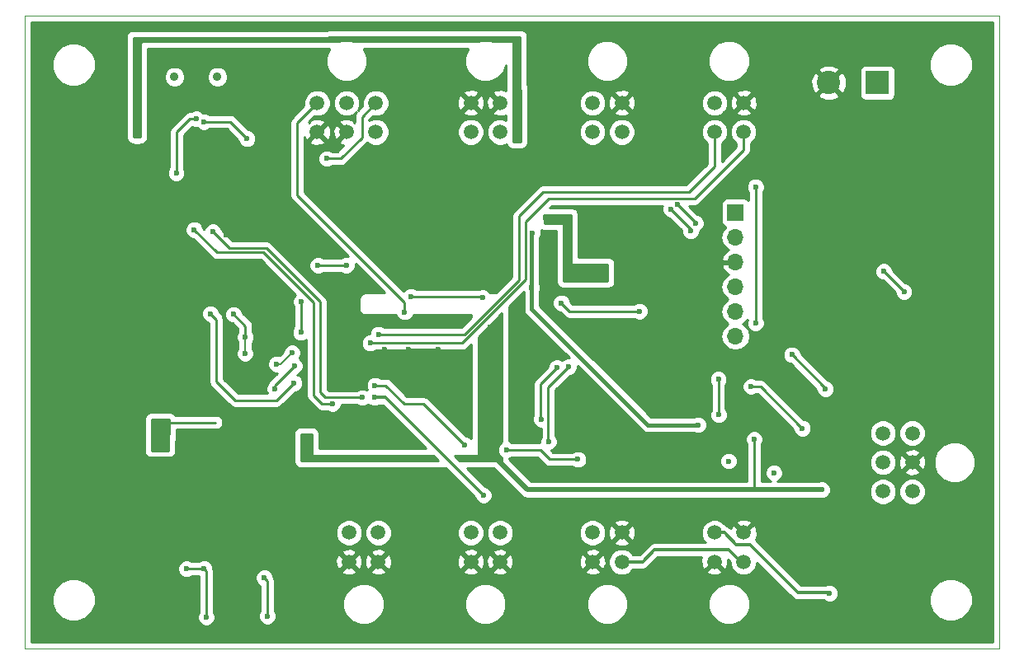
<source format=gbr>
G04 #@! TF.FileFunction,Copper,L2,Bot,Signal*
%FSLAX46Y46*%
G04 Gerber Fmt 4.6, Leading zero omitted, Abs format (unit mm)*
G04 Created by KiCad (PCBNEW 4.0.7) date 05/14/18 21:23:51*
%MOMM*%
%LPD*%
G01*
G04 APERTURE LIST*
%ADD10C,0.100000*%
%ADD11R,1.700000X1.700000*%
%ADD12O,1.700000X1.700000*%
%ADD13C,0.909320*%
%ADD14R,2.400000X2.400000*%
%ADD15C,2.400000*%
%ADD16C,1.500000*%
%ADD17C,0.600000*%
%ADD18C,0.250000*%
%ADD19C,0.400000*%
%ADD20C,0.300000*%
%ADD21C,0.200000*%
%ADD22C,0.500000*%
%ADD23C,0.254000*%
G04 APERTURE END LIST*
D10*
X85625000Y-132750000D02*
X85625000Y-67750000D01*
X185625000Y-132750000D02*
X85625000Y-132750000D01*
X185625000Y-67750000D02*
X185625000Y-132750000D01*
X85625000Y-67750000D02*
X185625000Y-67750000D01*
D11*
X158525000Y-87950000D03*
D12*
X158525000Y-90490000D03*
X158525000Y-93030000D03*
X158525000Y-95570000D03*
X158525000Y-98110000D03*
X158525000Y-100650000D03*
D13*
X105375000Y-74000000D03*
X100975720Y-74000000D03*
D14*
X173100000Y-74600000D03*
D15*
X168100000Y-74600000D03*
D16*
X156375000Y-76670000D03*
X159375000Y-76670000D03*
X156375000Y-79670000D03*
X159375000Y-79670000D03*
X143875000Y-76670000D03*
X146875000Y-76670000D03*
X143875000Y-79670000D03*
X146875000Y-79670000D03*
X121875000Y-123830000D03*
X118875000Y-123830000D03*
X121875000Y-120830000D03*
X118875000Y-120830000D03*
X134375000Y-123830000D03*
X131375000Y-123830000D03*
X134375000Y-120830000D03*
X131375000Y-120830000D03*
X159375000Y-123830000D03*
X156375000Y-123830000D03*
X159375000Y-120830000D03*
X156375000Y-120830000D03*
X146875000Y-123830000D03*
X143875000Y-123830000D03*
X146875000Y-120830000D03*
X143875000Y-120830000D03*
X131375000Y-76670000D03*
X134375000Y-76670000D03*
X131375000Y-79670000D03*
X134375000Y-79670000D03*
X115625000Y-76670000D03*
X118625000Y-76670000D03*
X115625000Y-79670000D03*
X118625000Y-79670000D03*
X121625000Y-79670000D03*
X121625000Y-76670000D03*
X176680000Y-110600000D03*
X176680000Y-113600000D03*
X173680000Y-110600000D03*
X173680000Y-113600000D03*
X173680000Y-116600000D03*
X176680000Y-116600000D03*
D17*
X157825000Y-113475000D03*
X162475000Y-114675000D03*
X108425000Y-80350000D03*
X103975000Y-78600000D03*
X184500000Y-101000000D03*
X184600000Y-93800000D03*
X184400000Y-87100000D03*
X184500000Y-80500000D03*
X184500000Y-73900000D03*
X183300000Y-68900000D03*
X178100000Y-69000000D03*
X169100000Y-68800000D03*
X171700000Y-84400000D03*
X103600000Y-68700000D03*
X95500000Y-68700000D03*
X88500000Y-68700000D03*
X86700000Y-71900000D03*
X86700000Y-79900000D03*
X86700000Y-89000000D03*
X86700000Y-96500000D03*
X86800000Y-108200000D03*
X86800000Y-117100000D03*
X86800000Y-123700000D03*
X87500000Y-131600000D03*
X95600000Y-131700000D03*
X102800000Y-131700000D03*
X113500000Y-131700000D03*
X127900000Y-131700000D03*
X141400000Y-131700000D03*
X156400000Y-131700000D03*
X169500000Y-131700000D03*
X177300000Y-131700000D03*
X183900000Y-131700000D03*
X184400000Y-127300000D03*
X184400000Y-123000000D03*
X184400000Y-116700000D03*
X184400000Y-111100000D03*
X184500000Y-104900000D03*
X162100000Y-68800000D03*
X155900000Y-68800000D03*
X149900000Y-68800000D03*
X144500000Y-68800000D03*
X135800000Y-68800000D03*
X126500000Y-68800000D03*
X118000000Y-68800000D03*
X111800000Y-68800000D03*
X96000000Y-102375000D03*
X95925000Y-98175000D03*
X138325000Y-102100000D03*
X136125000Y-102050000D03*
X129550000Y-83675000D03*
X123675000Y-83625000D03*
X121300000Y-92300000D03*
X171850000Y-119300000D03*
X171350000Y-122950000D03*
X159900000Y-118350000D03*
X156700000Y-118600000D03*
X156700000Y-118600000D03*
X165700000Y-113600000D03*
X168750000Y-113700000D03*
X165150000Y-118450000D03*
X162650000Y-118200000D03*
X165450000Y-125400000D03*
X163100000Y-122400000D03*
X163600000Y-119550000D03*
X168850000Y-120850000D03*
X166900000Y-120850000D03*
X166900000Y-122300000D03*
X168750000Y-122350000D03*
X167350000Y-125400000D03*
X175300000Y-121900000D03*
X154650000Y-113750000D03*
X110150000Y-87350000D03*
X100000000Y-108300000D03*
X134350000Y-85450000D03*
X134550000Y-90100000D03*
X135050000Y-92200000D03*
X131950000Y-93400000D03*
X136600000Y-99050000D03*
X144100000Y-90050000D03*
X101750000Y-104150000D03*
X102950000Y-108400000D03*
X100150000Y-101350000D03*
X100050000Y-102650000D03*
X117200000Y-97500000D03*
X161900000Y-97350000D03*
X117450000Y-106000000D03*
X112150000Y-108600000D03*
X114100000Y-106650000D03*
X124700000Y-95650000D03*
X117550000Y-100350000D03*
X107300000Y-120950000D03*
X107300000Y-117600000D03*
X108450000Y-115400000D03*
X112400000Y-115400000D03*
X115600000Y-115300000D03*
X102150000Y-86000000D03*
X101700000Y-92600000D03*
X106300000Y-90200000D03*
X180550000Y-122300000D03*
X154750000Y-103750000D03*
X147700000Y-102950000D03*
X161700000Y-89950000D03*
X153050000Y-93700000D03*
X156050000Y-93000000D03*
X102450000Y-115350000D03*
X92900000Y-96000000D03*
X88800000Y-99900000D03*
X88050000Y-105650000D03*
X88850000Y-111950000D03*
X89150000Y-117900000D03*
X89500000Y-122700000D03*
X97200000Y-124000000D03*
X96000000Y-119450000D03*
X96650000Y-113850000D03*
X95950000Y-107450000D03*
X101650000Y-119250000D03*
X103000000Y-119250000D03*
X109750000Y-102800000D03*
X109700000Y-103850000D03*
X173800000Y-100000000D03*
X170450000Y-100750000D03*
X179600000Y-108450000D03*
X180600000Y-117800000D03*
X168300000Y-103300000D03*
X142750000Y-90000000D03*
X150275000Y-88800000D03*
X148750000Y-88750000D03*
X146250000Y-88750000D03*
X139500000Y-75500000D03*
X139500000Y-79250000D03*
X140750000Y-81250000D03*
X140750000Y-83750000D03*
X106650000Y-86750000D03*
X104950000Y-84650000D03*
X107000000Y-94750000D03*
X102000000Y-94750000D03*
X180250000Y-82250000D03*
X177750000Y-102000000D03*
X177500000Y-99500000D03*
X146250000Y-111500000D03*
X146250000Y-109500000D03*
X141500000Y-109500000D03*
X141500000Y-111500000D03*
X136500000Y-110500000D03*
X128500000Y-107500000D03*
X128500000Y-106000000D03*
X128500000Y-104000000D03*
X128000000Y-102000000D03*
X125000000Y-102000000D03*
X122500000Y-102000000D03*
X120500000Y-104000000D03*
X118000000Y-111500000D03*
X101150000Y-83900000D03*
X103225000Y-78300000D03*
X154700000Y-109750000D03*
X137700000Y-90050000D03*
X136125000Y-80175000D03*
X137625000Y-95650000D03*
X97125000Y-79250000D03*
X97125000Y-80050000D03*
X136125000Y-79250000D03*
X139250000Y-88550000D03*
X141425000Y-88525000D03*
X140425000Y-88550000D03*
X143825000Y-93750000D03*
X144925000Y-93750000D03*
X144925000Y-94750000D03*
X143825000Y-94750000D03*
X160475000Y-111250000D03*
X134400000Y-100225000D03*
X133325000Y-99700000D03*
X167375000Y-116425000D03*
X100000000Y-109500000D03*
X98900000Y-109500000D03*
X115700000Y-93350000D03*
X118600000Y-93350000D03*
X99000000Y-112000000D03*
X100000000Y-112000000D03*
X114225000Y-111075000D03*
X114875000Y-111075000D03*
X132425000Y-109575000D03*
X104250000Y-129500000D03*
X104025000Y-124550000D03*
X102225000Y-124550000D03*
X110200000Y-125475000D03*
X110500000Y-129400000D03*
X113250000Y-105450000D03*
X104675000Y-98325000D03*
X113050000Y-102350000D03*
X111450000Y-103500000D03*
X168200000Y-127050000D03*
X140200000Y-103900000D03*
X138625000Y-109175000D03*
X141400000Y-103800000D03*
X139375000Y-111475000D03*
X132600000Y-96700000D03*
X125250000Y-96550000D03*
X140675000Y-97225000D03*
X148675000Y-98075000D03*
X113950000Y-100250000D03*
X114000000Y-97100000D03*
X107050000Y-98400000D03*
X108250000Y-100750000D03*
X108225000Y-102400000D03*
X113300000Y-103700000D03*
X111300000Y-106050000D03*
X167775000Y-106075000D03*
X164325000Y-102550000D03*
X175825000Y-96075000D03*
X173766949Y-93991949D03*
X156825000Y-108725000D03*
X156775000Y-105075000D03*
X121900000Y-100450000D03*
X121050000Y-101350000D03*
X153925000Y-89850000D03*
X151900000Y-87575000D03*
X154450000Y-89025000D03*
X152575000Y-87100000D03*
X124600000Y-98150000D03*
X116600000Y-82400000D03*
X165400000Y-110100000D03*
X160125000Y-105800000D03*
X121550000Y-105700000D03*
X130775000Y-111825000D03*
X135025000Y-112325000D03*
X142375000Y-113300000D03*
X103000000Y-89700000D03*
X117200000Y-107600000D03*
X120250000Y-106950000D03*
X104900000Y-89900000D03*
X132700000Y-117000000D03*
X121500000Y-106950000D03*
X160600000Y-85300000D03*
X160600000Y-99300000D03*
D18*
X108425000Y-80350000D02*
X106675000Y-78600000D01*
X106675000Y-78600000D02*
X103975000Y-78600000D01*
D19*
X184600000Y-93800000D02*
X184600000Y-100900000D01*
X184600000Y-100900000D02*
X184500000Y-101000000D01*
X184500000Y-80500000D02*
X184500000Y-87000000D01*
X184500000Y-87000000D02*
X184400000Y-87100000D01*
X183900000Y-68900000D02*
X184500000Y-69500000D01*
X184500000Y-69500000D02*
X184500000Y-73900000D01*
X183300000Y-68900000D02*
X183900000Y-68900000D01*
X169100000Y-68800000D02*
X177900000Y-68800000D01*
X177900000Y-68800000D02*
X178100000Y-69000000D01*
D18*
X171700000Y-84400000D02*
X173850000Y-82250000D01*
X173850000Y-82250000D02*
X180250000Y-82250000D01*
X95500000Y-68700000D02*
X103600000Y-68700000D01*
X86700000Y-71900000D02*
X86700000Y-70500000D01*
X86700000Y-70500000D02*
X88500000Y-68700000D01*
X86700000Y-89000000D02*
X86700000Y-79900000D01*
X86800000Y-108200000D02*
X86800000Y-96600000D01*
X86800000Y-96600000D02*
X86700000Y-96500000D01*
X86800000Y-123700000D02*
X86800000Y-117100000D01*
X95600000Y-131700000D02*
X87600000Y-131700000D01*
X87600000Y-131700000D02*
X87500000Y-131600000D01*
X113500000Y-131700000D02*
X102800000Y-131700000D01*
X141400000Y-131700000D02*
X127900000Y-131700000D01*
X169500000Y-131700000D02*
X156400000Y-131700000D01*
X183900000Y-131700000D02*
X177300000Y-131700000D01*
X184400000Y-123000000D02*
X184400000Y-127300000D01*
X184400000Y-111100000D02*
X184400000Y-116700000D01*
X184500000Y-104900000D02*
X183800000Y-105600000D01*
X183800000Y-105600000D02*
X183800000Y-114600000D01*
X183800000Y-114600000D02*
X180600000Y-117800000D01*
X155900000Y-68800000D02*
X162100000Y-68800000D01*
X144500000Y-68800000D02*
X149900000Y-68800000D01*
X126500000Y-68800000D02*
X135800000Y-68800000D01*
X111800000Y-68800000D02*
X118000000Y-68800000D01*
X95925000Y-98175000D02*
X96000000Y-98250000D01*
X96000000Y-98250000D02*
X96000000Y-102375000D01*
X136125000Y-102050000D02*
X136175000Y-102100000D01*
X136175000Y-102100000D02*
X138325000Y-102100000D01*
D20*
X171350000Y-122950000D02*
X171850000Y-122450000D01*
X171850000Y-122450000D02*
X171850000Y-119300000D01*
X156700000Y-118600000D02*
X159650000Y-118600000D01*
X159650000Y-118600000D02*
X159900000Y-118350000D01*
X168750000Y-113700000D02*
X168650000Y-113600000D01*
X168650000Y-113600000D02*
X165700000Y-113600000D01*
X167350000Y-125400000D02*
X165450000Y-125400000D01*
D18*
X163600000Y-119550000D02*
X163100000Y-120050000D01*
X163100000Y-120050000D02*
X163100000Y-122400000D01*
X166900000Y-120850000D02*
X168850000Y-120850000D01*
X168750000Y-122350000D02*
X168700000Y-122300000D01*
X168700000Y-122300000D02*
X166900000Y-122300000D01*
X175300000Y-121900000D02*
X175350000Y-121950000D01*
X175350000Y-121950000D02*
X180200000Y-121950000D01*
X180200000Y-121950000D02*
X180550000Y-122300000D01*
X134550000Y-90100000D02*
X134350000Y-89900000D01*
X134350000Y-89900000D02*
X134350000Y-85450000D01*
X135050000Y-92200000D02*
X133850000Y-93400000D01*
X133850000Y-93400000D02*
X131950000Y-93400000D01*
X142750000Y-90000000D02*
X144050000Y-90000000D01*
X144050000Y-90000000D02*
X144100000Y-90050000D01*
X102950000Y-108400000D02*
X103100000Y-108250000D01*
X114100000Y-106650000D02*
X112150000Y-108600000D01*
X117550000Y-100350000D02*
X117550000Y-97950000D01*
X108450000Y-115400000D02*
X108450000Y-116450000D01*
X108450000Y-116450000D02*
X107300000Y-117600000D01*
X115600000Y-115300000D02*
X115500000Y-115400000D01*
X115500000Y-115400000D02*
X112400000Y-115400000D01*
X105900000Y-86000000D02*
X106650000Y-86750000D01*
X102150000Y-86000000D02*
X105900000Y-86000000D01*
X101700000Y-92600000D02*
X102000000Y-92900000D01*
X102000000Y-92900000D02*
X102000000Y-94750000D01*
X153050000Y-93700000D02*
X153050000Y-97600000D01*
X153050000Y-97600000D02*
X147700000Y-102950000D01*
X162200000Y-97600000D02*
X162100000Y-97500000D01*
X162100000Y-97500000D02*
X162100000Y-90350000D01*
X162100000Y-90350000D02*
X161700000Y-89950000D01*
X156050000Y-93000000D02*
X155350000Y-93700000D01*
X155350000Y-93700000D02*
X153050000Y-93700000D01*
X88800000Y-99900000D02*
X89000000Y-99900000D01*
X89000000Y-99900000D02*
X92900000Y-96000000D01*
X88850000Y-111950000D02*
X88850000Y-106450000D01*
X88850000Y-106450000D02*
X88050000Y-105650000D01*
X89500000Y-122700000D02*
X89500000Y-118250000D01*
X89500000Y-118250000D02*
X89150000Y-117900000D01*
X96000000Y-119450000D02*
X96000000Y-122800000D01*
X96000000Y-122800000D02*
X97200000Y-124000000D01*
X95950000Y-107450000D02*
X95950000Y-113150000D01*
X95950000Y-113150000D02*
X96650000Y-113850000D01*
D21*
X103000000Y-119250000D02*
X101650000Y-119250000D01*
X109700000Y-103850000D02*
X109750000Y-103800000D01*
X109750000Y-103800000D02*
X109750000Y-102800000D01*
D18*
X170450000Y-100750000D02*
X170450000Y-101150000D01*
X170450000Y-101150000D02*
X168300000Y-103300000D01*
X146250000Y-88750000D02*
X148750000Y-88750000D01*
X139500000Y-79250000D02*
X139500000Y-75500000D01*
X140750000Y-83750000D02*
X140750000Y-81250000D01*
X102000000Y-94750000D02*
X107000000Y-94750000D01*
X177500000Y-99500000D02*
X177750000Y-99750000D01*
X177750000Y-99750000D02*
X177750000Y-102000000D01*
X146250000Y-109500000D02*
X146250000Y-111500000D01*
X141500000Y-111500000D02*
X141500000Y-109500000D01*
X128500000Y-104000000D02*
X128500000Y-106000000D01*
X125000000Y-102000000D02*
X128000000Y-102000000D01*
X120500000Y-104000000D02*
X122500000Y-102000000D01*
X101150000Y-83900000D02*
X101200000Y-83850000D01*
X101200000Y-83850000D02*
X101200000Y-79650000D01*
X101200000Y-79650000D02*
X102550000Y-78300000D01*
X102550000Y-78300000D02*
X103225000Y-78300000D01*
D19*
X154700000Y-109750000D02*
X149525000Y-109750000D01*
X149525000Y-109750000D02*
X137625000Y-97850000D01*
X137625000Y-97850000D02*
X137625000Y-95650000D01*
X137700000Y-90050000D02*
X137625000Y-90125000D01*
X137625000Y-90125000D02*
X137625000Y-95650000D01*
D18*
X136125000Y-79250000D02*
X136125000Y-80175000D01*
X97125000Y-80050000D02*
X97125000Y-79250000D01*
X139250000Y-88550000D02*
X140425000Y-88550000D01*
X140425000Y-88550000D02*
X141400000Y-88550000D01*
X141400000Y-88550000D02*
X141425000Y-88525000D01*
X144925000Y-93750000D02*
X143825000Y-93750000D01*
X143825000Y-94750000D02*
X144925000Y-94750000D01*
D20*
X159375000Y-123830000D02*
X159080000Y-123830000D01*
X159080000Y-123830000D02*
X157850000Y-122600000D01*
X150250000Y-122600000D02*
X149020000Y-123830000D01*
X157850000Y-122600000D02*
X150250000Y-122600000D01*
X149020000Y-123830000D02*
X146875000Y-123830000D01*
D22*
X167375000Y-116425000D02*
X160475000Y-116425000D01*
X160475000Y-116425000D02*
X137200000Y-116425000D01*
D18*
X160475000Y-111250000D02*
X160475000Y-116425000D01*
D22*
X137200000Y-116425000D02*
X132425000Y-111650000D01*
X132425000Y-111650000D02*
X132425000Y-109575000D01*
D18*
X103150000Y-109500000D02*
X105200000Y-109500000D01*
X100000000Y-109500000D02*
X103150000Y-109500000D01*
X103150000Y-109500000D02*
X104750000Y-109500000D01*
X100000000Y-109500000D02*
X98900000Y-109500000D01*
X100000000Y-109500000D02*
X100000000Y-112000000D01*
X118600000Y-93350000D02*
X115700000Y-93350000D01*
X114875000Y-111075000D02*
X114225000Y-111075000D01*
X104250000Y-129500000D02*
X104250000Y-124775000D01*
X104250000Y-124775000D02*
X104025000Y-124550000D01*
X104025000Y-124550000D02*
X102225000Y-124550000D01*
X110500000Y-129400000D02*
X110500000Y-125775000D01*
X110500000Y-125775000D02*
X110200000Y-125475000D01*
X113250000Y-105450000D02*
X111450000Y-107250000D01*
X111450000Y-107250000D02*
X107200000Y-107250000D01*
X107200000Y-107250000D02*
X105275000Y-105325000D01*
X105275000Y-105325000D02*
X105275000Y-102800000D01*
D21*
X105275000Y-103775000D02*
X105275000Y-102800000D01*
D18*
X105275000Y-102800000D02*
X105275000Y-98925000D01*
X105275000Y-98925000D02*
X104675000Y-98325000D01*
D21*
X111450000Y-103500000D02*
X111900000Y-103500000D01*
X111900000Y-103500000D02*
X113050000Y-102350000D01*
D20*
X168200000Y-127050000D02*
X168150000Y-127000000D01*
X168150000Y-127000000D02*
X164950000Y-127000000D01*
X158600000Y-122050000D02*
X157380000Y-120830000D01*
X164950000Y-127000000D02*
X160000000Y-122050000D01*
X160000000Y-122050000D02*
X158600000Y-122050000D01*
X157380000Y-120830000D02*
X156375000Y-120830000D01*
D18*
X140200000Y-103900000D02*
X138525000Y-105575000D01*
X138525000Y-105575000D02*
X138525000Y-109075000D01*
X138525000Y-109075000D02*
X138625000Y-109175000D01*
X141400000Y-103800000D02*
X139325004Y-105874996D01*
X139325004Y-105874996D02*
X139325004Y-111425004D01*
X139325004Y-111425004D02*
X139375000Y-111475000D01*
X132600000Y-96700000D02*
X132500000Y-96600000D01*
X132500000Y-96600000D02*
X125300000Y-96600000D01*
X125300000Y-96600000D02*
X125250000Y-96550000D01*
X140675000Y-97225000D02*
X141525000Y-98075000D01*
X141525000Y-98075000D02*
X148675000Y-98075000D01*
X113950000Y-100250000D02*
X114000000Y-100200000D01*
X114000000Y-100200000D02*
X114000000Y-97100000D01*
X108250000Y-100750000D02*
X108250000Y-99600000D01*
X108250000Y-99600000D02*
X107050000Y-98400000D01*
D21*
X108225000Y-100775000D02*
X108225000Y-102400000D01*
X108250000Y-100750000D02*
X108225000Y-100775000D01*
D18*
X111300000Y-106050000D02*
X111300000Y-105700000D01*
X111300000Y-105700000D02*
X113300000Y-103700000D01*
X167775000Y-106075000D02*
X167775000Y-106000000D01*
X167775000Y-106000000D02*
X164325000Y-102550000D01*
X175825000Y-96050000D02*
X173766949Y-93991949D01*
X175825000Y-96075000D02*
X175825000Y-96050000D01*
X156775000Y-105075000D02*
X156775000Y-108675000D01*
X156775000Y-108675000D02*
X156825000Y-108725000D01*
X121900000Y-100450000D02*
X130750000Y-100450000D01*
X138775000Y-85825000D02*
X153775000Y-85825000D01*
X130750000Y-100450000D02*
X136325000Y-94875000D01*
X156375000Y-83225000D02*
X156375000Y-79670000D01*
X136325000Y-94875000D02*
X136325000Y-88275000D01*
X136325000Y-88275000D02*
X138775000Y-85825000D01*
X153775000Y-85825000D02*
X156375000Y-83225000D01*
X121050000Y-101350000D02*
X130450000Y-101350000D01*
X130450000Y-101350000D02*
X136975000Y-94825000D01*
X136975000Y-94825000D02*
X136975000Y-88875000D01*
X136975000Y-88875000D02*
X139375000Y-86475000D01*
X139375000Y-86475000D02*
X154375000Y-86475000D01*
X154375000Y-86475000D02*
X159375000Y-81475000D01*
X159375000Y-81475000D02*
X159375000Y-79670000D01*
X153925000Y-89850000D02*
X153925000Y-89600000D01*
X153925000Y-89600000D02*
X151900000Y-87575000D01*
X154450000Y-89025000D02*
X154450000Y-89000000D01*
X154450000Y-89000000D02*
X152575000Y-87125000D01*
X152575000Y-87125000D02*
X152575000Y-87100000D01*
X124600000Y-98150000D02*
X124600000Y-97200000D01*
X124600000Y-97200000D02*
X113550000Y-86150000D01*
X113550000Y-86150000D02*
X113550000Y-78745000D01*
X113550000Y-78745000D02*
X115625000Y-76670000D01*
X116600000Y-82400000D02*
X118000000Y-82400000D01*
X118000000Y-82400000D02*
X120200000Y-80200000D01*
X120200000Y-80200000D02*
X120200000Y-78095000D01*
X120200000Y-78095000D02*
X121625000Y-76670000D01*
X165400000Y-110100000D02*
X161100000Y-105800000D01*
X161100000Y-105800000D02*
X160125000Y-105800000D01*
X121550000Y-105700000D02*
X122650000Y-105700000D01*
X122650000Y-105700000D02*
X124525000Y-107575000D01*
X124525000Y-107575000D02*
X126525000Y-107575000D01*
X126525000Y-107575000D02*
X130775000Y-111825000D01*
X135025000Y-112325000D02*
X138525000Y-112325000D01*
X138525000Y-112325000D02*
X139500000Y-113300000D01*
X139500000Y-113300000D02*
X142375000Y-113300000D01*
X117200000Y-107600000D02*
X116100000Y-107600000D01*
X116100000Y-107600000D02*
X115250000Y-106750000D01*
X110100000Y-92050000D02*
X105350000Y-92050000D01*
X115250000Y-106750000D02*
X115250000Y-97200000D01*
X105350000Y-92050000D02*
X103000000Y-89700000D01*
X115250000Y-97200000D02*
X110100000Y-92050000D01*
X120250000Y-106950000D02*
X116450000Y-106950000D01*
X106600000Y-91600000D02*
X104900000Y-89900000D01*
X116450000Y-106950000D02*
X115900000Y-106400000D01*
X115900000Y-106400000D02*
X115900000Y-97100000D01*
X115900000Y-97100000D02*
X110400000Y-91600000D01*
X110400000Y-91600000D02*
X106600000Y-91600000D01*
D20*
X122650000Y-106950000D02*
X132700000Y-117000000D01*
X121500000Y-106950000D02*
X122650000Y-106950000D01*
D18*
X160600000Y-85300000D02*
X160600000Y-99300000D01*
D23*
G36*
X141698006Y-93151251D02*
X141708498Y-93200560D01*
X141737348Y-93241903D01*
X141780009Y-93268764D01*
X141825000Y-93277000D01*
X145398000Y-93277000D01*
X145398000Y-94948000D01*
X140902537Y-94948000D01*
X140926999Y-89150536D01*
X140917202Y-89101084D01*
X140888937Y-89059340D01*
X140846658Y-89031881D01*
X140800000Y-89023000D01*
X138924081Y-89023000D01*
X138904988Y-88202000D01*
X141649245Y-88202000D01*
X141698006Y-93151251D01*
X141698006Y-93151251D01*
G37*
X141698006Y-93151251D02*
X141708498Y-93200560D01*
X141737348Y-93241903D01*
X141780009Y-93268764D01*
X141825000Y-93277000D01*
X145398000Y-93277000D01*
X145398000Y-94948000D01*
X140902537Y-94948000D01*
X140926999Y-89150536D01*
X140917202Y-89101084D01*
X140888937Y-89059340D01*
X140846658Y-89031881D01*
X140800000Y-89023000D01*
X138924081Y-89023000D01*
X138904988Y-88202000D01*
X141649245Y-88202000D01*
X141698006Y-93151251D01*
G36*
X136497127Y-80623000D02*
X135752000Y-80623000D01*
X135752000Y-79931591D01*
X135772201Y-79874829D01*
X135752000Y-79477412D01*
X135752000Y-76965388D01*
X135759759Y-76946702D01*
X135760240Y-76395715D01*
X135752000Y-76375773D01*
X135752000Y-70500000D01*
X135741994Y-70450590D01*
X135713553Y-70408965D01*
X135671159Y-70381685D01*
X135625000Y-70373000D01*
X133681151Y-70373000D01*
X133301541Y-70215372D01*
X132452185Y-70214630D01*
X132068901Y-70373000D01*
X119431151Y-70373000D01*
X119051541Y-70215372D01*
X118202185Y-70214630D01*
X117818901Y-70373000D01*
X97625000Y-70373000D01*
X97575590Y-70383006D01*
X97533965Y-70411447D01*
X97506685Y-70453841D01*
X97498000Y-70500000D01*
X97498000Y-80123000D01*
X96801695Y-80123000D01*
X96777306Y-69976841D01*
X136423868Y-69927158D01*
X136497127Y-80623000D01*
X136497127Y-80623000D01*
G37*
X136497127Y-80623000D02*
X135752000Y-80623000D01*
X135752000Y-79931591D01*
X135772201Y-79874829D01*
X135752000Y-79477412D01*
X135752000Y-76965388D01*
X135759759Y-76946702D01*
X135760240Y-76395715D01*
X135752000Y-76375773D01*
X135752000Y-70500000D01*
X135741994Y-70450590D01*
X135713553Y-70408965D01*
X135671159Y-70381685D01*
X135625000Y-70373000D01*
X133681151Y-70373000D01*
X133301541Y-70215372D01*
X132452185Y-70214630D01*
X132068901Y-70373000D01*
X119431151Y-70373000D01*
X119051541Y-70215372D01*
X118202185Y-70214630D01*
X117818901Y-70373000D01*
X97625000Y-70373000D01*
X97575590Y-70383006D01*
X97533965Y-70411447D01*
X97506685Y-70453841D01*
X97498000Y-70500000D01*
X97498000Y-80123000D01*
X96801695Y-80123000D01*
X96777306Y-69976841D01*
X136423868Y-69927158D01*
X136497127Y-80623000D01*
G36*
X100374854Y-112373000D02*
X98628881Y-112373000D01*
X98675146Y-109227000D01*
X100421119Y-109227000D01*
X100374854Y-112373000D01*
X100374854Y-112373000D01*
G37*
X100374854Y-112373000D02*
X98628881Y-112373000D01*
X98675146Y-109227000D01*
X100421119Y-109227000D01*
X100374854Y-112373000D01*
G36*
X115048000Y-112825000D02*
X115058006Y-112874410D01*
X115086447Y-112916035D01*
X115128841Y-112943315D01*
X115175000Y-112952000D01*
X127553156Y-112952000D01*
X128049156Y-113448000D01*
X114002000Y-113448000D01*
X114002000Y-110702000D01*
X115048000Y-110702000D01*
X115048000Y-112825000D01*
X115048000Y-112825000D01*
G37*
X115048000Y-112825000D02*
X115058006Y-112874410D01*
X115086447Y-112916035D01*
X115128841Y-112943315D01*
X115175000Y-112952000D01*
X127553156Y-112952000D01*
X128049156Y-113448000D01*
X114002000Y-113448000D01*
X114002000Y-110702000D01*
X115048000Y-110702000D01*
X115048000Y-112825000D01*
G36*
X134548000Y-111519077D02*
X134500583Y-111538669D01*
X134239586Y-111799211D01*
X134098161Y-112139799D01*
X134097839Y-112508583D01*
X134238669Y-112849417D01*
X134499211Y-113110414D01*
X134548000Y-113130673D01*
X134548000Y-113448000D01*
X130246844Y-113448000D01*
X129750844Y-112952000D01*
X132025000Y-112952000D01*
X132074410Y-112941994D01*
X132116035Y-112913553D01*
X132143315Y-112871159D01*
X132152000Y-112825000D01*
X132152000Y-100711488D01*
X134548000Y-98315489D01*
X134548000Y-111519077D01*
X134548000Y-111519077D01*
G37*
X134548000Y-111519077D02*
X134500583Y-111538669D01*
X134239586Y-111799211D01*
X134098161Y-112139799D01*
X134097839Y-112508583D01*
X134238669Y-112849417D01*
X134499211Y-113110414D01*
X134548000Y-113130673D01*
X134548000Y-113448000D01*
X130246844Y-113448000D01*
X129750844Y-112952000D01*
X132025000Y-112952000D01*
X132074410Y-112941994D01*
X132116035Y-112913553D01*
X132143315Y-112871159D01*
X132152000Y-112825000D01*
X132152000Y-100711488D01*
X134548000Y-98315489D01*
X134548000Y-111519077D01*
G36*
X184948000Y-132073000D02*
X86302000Y-132073000D01*
X86302000Y-128191034D01*
X88397614Y-128191034D01*
X88735940Y-129009846D01*
X89361858Y-129636858D01*
X90180079Y-129976613D01*
X91066034Y-129977386D01*
X91884846Y-129639060D01*
X92511858Y-129013142D01*
X92851613Y-128194921D01*
X92852386Y-127308966D01*
X92514060Y-126490154D01*
X91888142Y-125863142D01*
X91069921Y-125523387D01*
X90183966Y-125522614D01*
X89365154Y-125860940D01*
X88738142Y-126486858D01*
X88398387Y-127305079D01*
X88397614Y-128191034D01*
X86302000Y-128191034D01*
X86302000Y-124733583D01*
X101297839Y-124733583D01*
X101438669Y-125074417D01*
X101699211Y-125335414D01*
X102039799Y-125476839D01*
X102408583Y-125477161D01*
X102749417Y-125336331D01*
X102783808Y-125302000D01*
X103465855Y-125302000D01*
X103498000Y-125334201D01*
X103498000Y-128940855D01*
X103464586Y-128974211D01*
X103323161Y-129314799D01*
X103322839Y-129683583D01*
X103463669Y-130024417D01*
X103724211Y-130285414D01*
X104064799Y-130426839D01*
X104433583Y-130427161D01*
X104774417Y-130286331D01*
X105035414Y-130025789D01*
X105176839Y-129685201D01*
X105177161Y-129316417D01*
X105036331Y-128975583D01*
X105002000Y-128941192D01*
X105002000Y-125658583D01*
X109272839Y-125658583D01*
X109413669Y-125999417D01*
X109674211Y-126260414D01*
X109748000Y-126291054D01*
X109748000Y-128840855D01*
X109714586Y-128874211D01*
X109573161Y-129214799D01*
X109572839Y-129583583D01*
X109713669Y-129924417D01*
X109974211Y-130185414D01*
X110314799Y-130326839D01*
X110683583Y-130327161D01*
X111024417Y-130186331D01*
X111285414Y-129925789D01*
X111426839Y-129585201D01*
X111427161Y-129216417D01*
X111286331Y-128875583D01*
X111252000Y-128841192D01*
X111252000Y-128571230D01*
X118247632Y-128571230D01*
X118570766Y-129353274D01*
X119168578Y-129952131D01*
X119950057Y-130276630D01*
X120796230Y-130277368D01*
X121578274Y-129954234D01*
X122177131Y-129356422D01*
X122501630Y-128574943D01*
X122501633Y-128571230D01*
X130747632Y-128571230D01*
X131070766Y-129353274D01*
X131668578Y-129952131D01*
X132450057Y-130276630D01*
X133296230Y-130277368D01*
X134078274Y-129954234D01*
X134677131Y-129356422D01*
X135001630Y-128574943D01*
X135001633Y-128571230D01*
X143247632Y-128571230D01*
X143570766Y-129353274D01*
X144168578Y-129952131D01*
X144950057Y-130276630D01*
X145796230Y-130277368D01*
X146578274Y-129954234D01*
X147177131Y-129356422D01*
X147501630Y-128574943D01*
X147501633Y-128571230D01*
X155747632Y-128571230D01*
X156070766Y-129353274D01*
X156668578Y-129952131D01*
X157450057Y-130276630D01*
X158296230Y-130277368D01*
X159078274Y-129954234D01*
X159677131Y-129356422D01*
X160001630Y-128574943D01*
X160001964Y-128191034D01*
X178397614Y-128191034D01*
X178735940Y-129009846D01*
X179361858Y-129636858D01*
X180180079Y-129976613D01*
X181066034Y-129977386D01*
X181884846Y-129639060D01*
X182511858Y-129013142D01*
X182851613Y-128194921D01*
X182852386Y-127308966D01*
X182514060Y-126490154D01*
X181888142Y-125863142D01*
X181069921Y-125523387D01*
X180183966Y-125522614D01*
X179365154Y-125860940D01*
X178738142Y-126486858D01*
X178398387Y-127305079D01*
X178397614Y-128191034D01*
X160001964Y-128191034D01*
X160002368Y-127728770D01*
X159679234Y-126946726D01*
X159081422Y-126347869D01*
X158299943Y-126023370D01*
X157453770Y-126022632D01*
X156671726Y-126345766D01*
X156072869Y-126943578D01*
X155748370Y-127725057D01*
X155747632Y-128571230D01*
X147501633Y-128571230D01*
X147502368Y-127728770D01*
X147179234Y-126946726D01*
X146581422Y-126347869D01*
X145799943Y-126023370D01*
X144953770Y-126022632D01*
X144171726Y-126345766D01*
X143572869Y-126943578D01*
X143248370Y-127725057D01*
X143247632Y-128571230D01*
X135001633Y-128571230D01*
X135002368Y-127728770D01*
X134679234Y-126946726D01*
X134081422Y-126347869D01*
X133299943Y-126023370D01*
X132453770Y-126022632D01*
X131671726Y-126345766D01*
X131072869Y-126943578D01*
X130748370Y-127725057D01*
X130747632Y-128571230D01*
X122501633Y-128571230D01*
X122502368Y-127728770D01*
X122179234Y-126946726D01*
X121581422Y-126347869D01*
X120799943Y-126023370D01*
X119953770Y-126022632D01*
X119171726Y-126345766D01*
X118572869Y-126943578D01*
X118248370Y-127725057D01*
X118247632Y-128571230D01*
X111252000Y-128571230D01*
X111252000Y-125775000D01*
X111194757Y-125487222D01*
X111127078Y-125385934D01*
X111127161Y-125291417D01*
X110986331Y-124950583D01*
X110837525Y-124801517D01*
X118083088Y-124801517D01*
X118151077Y-125042460D01*
X118670171Y-125227201D01*
X119220448Y-125199230D01*
X119598923Y-125042460D01*
X119666912Y-124801517D01*
X121083088Y-124801517D01*
X121151077Y-125042460D01*
X121670171Y-125227201D01*
X122220448Y-125199230D01*
X122598923Y-125042460D01*
X122666912Y-124801517D01*
X130583088Y-124801517D01*
X130651077Y-125042460D01*
X131170171Y-125227201D01*
X131720448Y-125199230D01*
X132098923Y-125042460D01*
X132166912Y-124801517D01*
X133583088Y-124801517D01*
X133651077Y-125042460D01*
X134170171Y-125227201D01*
X134720448Y-125199230D01*
X135098923Y-125042460D01*
X135166912Y-124801517D01*
X143083088Y-124801517D01*
X143151077Y-125042460D01*
X143670171Y-125227201D01*
X144220448Y-125199230D01*
X144598923Y-125042460D01*
X144666912Y-124801517D01*
X143875000Y-124009605D01*
X143083088Y-124801517D01*
X135166912Y-124801517D01*
X134375000Y-124009605D01*
X133583088Y-124801517D01*
X132166912Y-124801517D01*
X131375000Y-124009605D01*
X130583088Y-124801517D01*
X122666912Y-124801517D01*
X121875000Y-124009605D01*
X121083088Y-124801517D01*
X119666912Y-124801517D01*
X118875000Y-124009605D01*
X118083088Y-124801517D01*
X110837525Y-124801517D01*
X110725789Y-124689586D01*
X110385201Y-124548161D01*
X110016417Y-124547839D01*
X109675583Y-124688669D01*
X109414586Y-124949211D01*
X109273161Y-125289799D01*
X109272839Y-125658583D01*
X105002000Y-125658583D01*
X105002000Y-124775000D01*
X104952024Y-124523754D01*
X104952161Y-124366417D01*
X104811331Y-124025583D01*
X104550789Y-123764586D01*
X104215042Y-123625171D01*
X117477799Y-123625171D01*
X117505770Y-124175448D01*
X117662540Y-124553923D01*
X117903483Y-124621912D01*
X118695395Y-123830000D01*
X119054605Y-123830000D01*
X119846517Y-124621912D01*
X120087460Y-124553923D01*
X120272201Y-124034829D01*
X120251378Y-123625171D01*
X120477799Y-123625171D01*
X120505770Y-124175448D01*
X120662540Y-124553923D01*
X120903483Y-124621912D01*
X121695395Y-123830000D01*
X122054605Y-123830000D01*
X122846517Y-124621912D01*
X123087460Y-124553923D01*
X123272201Y-124034829D01*
X123251378Y-123625171D01*
X129977799Y-123625171D01*
X130005770Y-124175448D01*
X130162540Y-124553923D01*
X130403483Y-124621912D01*
X131195395Y-123830000D01*
X131554605Y-123830000D01*
X132346517Y-124621912D01*
X132587460Y-124553923D01*
X132772201Y-124034829D01*
X132751378Y-123625171D01*
X132977799Y-123625171D01*
X133005770Y-124175448D01*
X133162540Y-124553923D01*
X133403483Y-124621912D01*
X134195395Y-123830000D01*
X134554605Y-123830000D01*
X135346517Y-124621912D01*
X135587460Y-124553923D01*
X135772201Y-124034829D01*
X135751378Y-123625171D01*
X142477799Y-123625171D01*
X142505770Y-124175448D01*
X142662540Y-124553923D01*
X142903483Y-124621912D01*
X143695395Y-123830000D01*
X144054605Y-123830000D01*
X144846517Y-124621912D01*
X145087460Y-124553923D01*
X145248045Y-124102701D01*
X145497762Y-124102701D01*
X145706956Y-124608989D01*
X146093974Y-124996683D01*
X146599896Y-125206760D01*
X147147701Y-125207238D01*
X147653989Y-124998044D01*
X147850859Y-124801517D01*
X155583088Y-124801517D01*
X155651077Y-125042460D01*
X156170171Y-125227201D01*
X156720448Y-125199230D01*
X157098923Y-125042460D01*
X157166912Y-124801517D01*
X156375000Y-124009605D01*
X155583088Y-124801517D01*
X147850859Y-124801517D01*
X148041683Y-124611026D01*
X148043355Y-124607000D01*
X149020000Y-124607000D01*
X149317345Y-124547854D01*
X149569422Y-124379422D01*
X150571844Y-123377000D01*
X155066121Y-123377000D01*
X154977799Y-123625171D01*
X155005770Y-124175448D01*
X155162540Y-124553923D01*
X155403483Y-124621912D01*
X156195395Y-123830000D01*
X156181253Y-123815858D01*
X156360858Y-123636253D01*
X156375000Y-123650395D01*
X156389143Y-123636253D01*
X156568748Y-123815858D01*
X156554605Y-123830000D01*
X157346517Y-124621912D01*
X157587460Y-124553923D01*
X157772201Y-124034829D01*
X157750042Y-123598886D01*
X157997985Y-123846829D01*
X157997762Y-124102701D01*
X158206956Y-124608989D01*
X158593974Y-124996683D01*
X159099896Y-125206760D01*
X159647701Y-125207238D01*
X160153989Y-124998044D01*
X160541683Y-124611026D01*
X160751760Y-124105104D01*
X160751938Y-123900782D01*
X164400578Y-127549422D01*
X164652655Y-127717854D01*
X164950000Y-127777000D01*
X167615899Y-127777000D01*
X167674211Y-127835414D01*
X168014799Y-127976839D01*
X168383583Y-127977161D01*
X168724417Y-127836331D01*
X168985414Y-127575789D01*
X169126839Y-127235201D01*
X169127161Y-126866417D01*
X168986331Y-126525583D01*
X168725789Y-126264586D01*
X168385201Y-126123161D01*
X168016417Y-126122839D01*
X167774009Y-126223000D01*
X165271844Y-126223000D01*
X160591478Y-121542634D01*
X160772201Y-121034829D01*
X160744230Y-120484552D01*
X160587460Y-120106077D01*
X160346517Y-120038088D01*
X159554605Y-120830000D01*
X159568748Y-120844143D01*
X159389143Y-121023748D01*
X159375000Y-121009605D01*
X159360858Y-121023748D01*
X159181253Y-120844143D01*
X159195395Y-120830000D01*
X158403483Y-120038088D01*
X158162540Y-120106077D01*
X158055549Y-120406705D01*
X157929422Y-120280578D01*
X157677345Y-120112146D01*
X157558540Y-120088514D01*
X157543044Y-120051011D01*
X157350852Y-119858483D01*
X158583088Y-119858483D01*
X159375000Y-120650395D01*
X160166912Y-119858483D01*
X160098923Y-119617540D01*
X159579829Y-119432799D01*
X159029552Y-119460770D01*
X158651077Y-119617540D01*
X158583088Y-119858483D01*
X157350852Y-119858483D01*
X157156026Y-119663317D01*
X156650104Y-119453240D01*
X156102299Y-119452762D01*
X155596011Y-119661956D01*
X155208317Y-120048974D01*
X154998240Y-120554896D01*
X154997762Y-121102701D01*
X155206956Y-121608989D01*
X155420594Y-121823000D01*
X150250000Y-121823000D01*
X149952655Y-121882146D01*
X149700578Y-122050578D01*
X148698156Y-123053000D01*
X148043866Y-123053000D01*
X148043044Y-123051011D01*
X147656026Y-122663317D01*
X147150104Y-122453240D01*
X146602299Y-122452762D01*
X146096011Y-122661956D01*
X145708317Y-123048974D01*
X145498240Y-123554896D01*
X145497762Y-124102701D01*
X145248045Y-124102701D01*
X145272201Y-124034829D01*
X145244230Y-123484552D01*
X145087460Y-123106077D01*
X144846517Y-123038088D01*
X144054605Y-123830000D01*
X143695395Y-123830000D01*
X142903483Y-123038088D01*
X142662540Y-123106077D01*
X142477799Y-123625171D01*
X135751378Y-123625171D01*
X135744230Y-123484552D01*
X135587460Y-123106077D01*
X135346517Y-123038088D01*
X134554605Y-123830000D01*
X134195395Y-123830000D01*
X133403483Y-123038088D01*
X133162540Y-123106077D01*
X132977799Y-123625171D01*
X132751378Y-123625171D01*
X132744230Y-123484552D01*
X132587460Y-123106077D01*
X132346517Y-123038088D01*
X131554605Y-123830000D01*
X131195395Y-123830000D01*
X130403483Y-123038088D01*
X130162540Y-123106077D01*
X129977799Y-123625171D01*
X123251378Y-123625171D01*
X123244230Y-123484552D01*
X123087460Y-123106077D01*
X122846517Y-123038088D01*
X122054605Y-123830000D01*
X121695395Y-123830000D01*
X120903483Y-123038088D01*
X120662540Y-123106077D01*
X120477799Y-123625171D01*
X120251378Y-123625171D01*
X120244230Y-123484552D01*
X120087460Y-123106077D01*
X119846517Y-123038088D01*
X119054605Y-123830000D01*
X118695395Y-123830000D01*
X117903483Y-123038088D01*
X117662540Y-123106077D01*
X117477799Y-123625171D01*
X104215042Y-123625171D01*
X104210201Y-123623161D01*
X103841417Y-123622839D01*
X103500583Y-123763669D01*
X103466192Y-123798000D01*
X102784145Y-123798000D01*
X102750789Y-123764586D01*
X102410201Y-123623161D01*
X102041417Y-123622839D01*
X101700583Y-123763669D01*
X101439586Y-124024211D01*
X101298161Y-124364799D01*
X101297839Y-124733583D01*
X86302000Y-124733583D01*
X86302000Y-122858483D01*
X118083088Y-122858483D01*
X118875000Y-123650395D01*
X119666912Y-122858483D01*
X121083088Y-122858483D01*
X121875000Y-123650395D01*
X122666912Y-122858483D01*
X130583088Y-122858483D01*
X131375000Y-123650395D01*
X132166912Y-122858483D01*
X133583088Y-122858483D01*
X134375000Y-123650395D01*
X135166912Y-122858483D01*
X143083088Y-122858483D01*
X143875000Y-123650395D01*
X144666912Y-122858483D01*
X144598923Y-122617540D01*
X144079829Y-122432799D01*
X143529552Y-122460770D01*
X143151077Y-122617540D01*
X143083088Y-122858483D01*
X135166912Y-122858483D01*
X135098923Y-122617540D01*
X134579829Y-122432799D01*
X134029552Y-122460770D01*
X133651077Y-122617540D01*
X133583088Y-122858483D01*
X132166912Y-122858483D01*
X132098923Y-122617540D01*
X131579829Y-122432799D01*
X131029552Y-122460770D01*
X130651077Y-122617540D01*
X130583088Y-122858483D01*
X122666912Y-122858483D01*
X122598923Y-122617540D01*
X122079829Y-122432799D01*
X121529552Y-122460770D01*
X121151077Y-122617540D01*
X121083088Y-122858483D01*
X119666912Y-122858483D01*
X119598923Y-122617540D01*
X119079829Y-122432799D01*
X118529552Y-122460770D01*
X118151077Y-122617540D01*
X118083088Y-122858483D01*
X86302000Y-122858483D01*
X86302000Y-121102701D01*
X117497762Y-121102701D01*
X117706956Y-121608989D01*
X118093974Y-121996683D01*
X118599896Y-122206760D01*
X119147701Y-122207238D01*
X119653989Y-121998044D01*
X120041683Y-121611026D01*
X120251760Y-121105104D01*
X120251762Y-121102701D01*
X120497762Y-121102701D01*
X120706956Y-121608989D01*
X121093974Y-121996683D01*
X121599896Y-122206760D01*
X122147701Y-122207238D01*
X122653989Y-121998044D01*
X123041683Y-121611026D01*
X123251760Y-121105104D01*
X123251762Y-121102701D01*
X129997762Y-121102701D01*
X130206956Y-121608989D01*
X130593974Y-121996683D01*
X131099896Y-122206760D01*
X131647701Y-122207238D01*
X132153989Y-121998044D01*
X132541683Y-121611026D01*
X132751760Y-121105104D01*
X132751762Y-121102701D01*
X132997762Y-121102701D01*
X133206956Y-121608989D01*
X133593974Y-121996683D01*
X134099896Y-122206760D01*
X134647701Y-122207238D01*
X135153989Y-121998044D01*
X135541683Y-121611026D01*
X135751760Y-121105104D01*
X135751762Y-121102701D01*
X142497762Y-121102701D01*
X142706956Y-121608989D01*
X143093974Y-121996683D01*
X143599896Y-122206760D01*
X144147701Y-122207238D01*
X144653989Y-121998044D01*
X144850859Y-121801517D01*
X146083088Y-121801517D01*
X146151077Y-122042460D01*
X146670171Y-122227201D01*
X147220448Y-122199230D01*
X147598923Y-122042460D01*
X147666912Y-121801517D01*
X146875000Y-121009605D01*
X146083088Y-121801517D01*
X144850859Y-121801517D01*
X145041683Y-121611026D01*
X145251760Y-121105104D01*
X145252178Y-120625171D01*
X145477799Y-120625171D01*
X145505770Y-121175448D01*
X145662540Y-121553923D01*
X145903483Y-121621912D01*
X146695395Y-120830000D01*
X147054605Y-120830000D01*
X147846517Y-121621912D01*
X148087460Y-121553923D01*
X148272201Y-121034829D01*
X148244230Y-120484552D01*
X148087460Y-120106077D01*
X147846517Y-120038088D01*
X147054605Y-120830000D01*
X146695395Y-120830000D01*
X145903483Y-120038088D01*
X145662540Y-120106077D01*
X145477799Y-120625171D01*
X145252178Y-120625171D01*
X145252238Y-120557299D01*
X145043044Y-120051011D01*
X144850852Y-119858483D01*
X146083088Y-119858483D01*
X146875000Y-120650395D01*
X147666912Y-119858483D01*
X147598923Y-119617540D01*
X147079829Y-119432799D01*
X146529552Y-119460770D01*
X146151077Y-119617540D01*
X146083088Y-119858483D01*
X144850852Y-119858483D01*
X144656026Y-119663317D01*
X144150104Y-119453240D01*
X143602299Y-119452762D01*
X143096011Y-119661956D01*
X142708317Y-120048974D01*
X142498240Y-120554896D01*
X142497762Y-121102701D01*
X135751762Y-121102701D01*
X135752238Y-120557299D01*
X135543044Y-120051011D01*
X135156026Y-119663317D01*
X134650104Y-119453240D01*
X134102299Y-119452762D01*
X133596011Y-119661956D01*
X133208317Y-120048974D01*
X132998240Y-120554896D01*
X132997762Y-121102701D01*
X132751762Y-121102701D01*
X132752238Y-120557299D01*
X132543044Y-120051011D01*
X132156026Y-119663317D01*
X131650104Y-119453240D01*
X131102299Y-119452762D01*
X130596011Y-119661956D01*
X130208317Y-120048974D01*
X129998240Y-120554896D01*
X129997762Y-121102701D01*
X123251762Y-121102701D01*
X123252238Y-120557299D01*
X123043044Y-120051011D01*
X122656026Y-119663317D01*
X122150104Y-119453240D01*
X121602299Y-119452762D01*
X121096011Y-119661956D01*
X120708317Y-120048974D01*
X120498240Y-120554896D01*
X120497762Y-121102701D01*
X120251762Y-121102701D01*
X120252238Y-120557299D01*
X120043044Y-120051011D01*
X119656026Y-119663317D01*
X119150104Y-119453240D01*
X118602299Y-119452762D01*
X118096011Y-119661956D01*
X117708317Y-120048974D01*
X117498240Y-120554896D01*
X117497762Y-121102701D01*
X86302000Y-121102701D01*
X86302000Y-112490780D01*
X97873068Y-112490780D01*
X97915880Y-112727888D01*
X98050562Y-112937189D01*
X98256062Y-113077601D01*
X98500000Y-113127000D01*
X100500000Y-113127000D01*
X100719274Y-113087408D01*
X100930533Y-112955818D01*
X101073952Y-112752405D01*
X101126932Y-112509220D01*
X101160126Y-110252000D01*
X105200000Y-110252000D01*
X105487778Y-110194757D01*
X105731744Y-110031744D01*
X105894757Y-109787778D01*
X105952000Y-109500000D01*
X105894757Y-109212222D01*
X105731744Y-108968256D01*
X105487778Y-108805243D01*
X105200000Y-108748000D01*
X101054256Y-108748000D01*
X100999438Y-108662811D01*
X100793938Y-108522399D01*
X100550000Y-108473000D01*
X98550000Y-108473000D01*
X98330726Y-108512592D01*
X98119467Y-108644182D01*
X97976048Y-108847595D01*
X97923068Y-109090780D01*
X97873068Y-112490780D01*
X86302000Y-112490780D01*
X86302000Y-98508583D01*
X103747839Y-98508583D01*
X103888669Y-98849417D01*
X104149211Y-99110414D01*
X104489799Y-99251839D01*
X104523000Y-99251868D01*
X104523000Y-105325000D01*
X104580243Y-105612778D01*
X104743256Y-105856744D01*
X106668256Y-107781744D01*
X106912222Y-107944757D01*
X107200000Y-108002000D01*
X111450000Y-108002000D01*
X111737778Y-107944757D01*
X111981744Y-107781744D01*
X113386369Y-106377120D01*
X113433583Y-106377161D01*
X113774417Y-106236331D01*
X114035414Y-105975789D01*
X114176839Y-105635201D01*
X114177161Y-105266417D01*
X114036331Y-104925583D01*
X113775789Y-104664586D01*
X113584871Y-104585310D01*
X113824417Y-104486331D01*
X114085414Y-104225789D01*
X114226839Y-103885201D01*
X114227161Y-103516417D01*
X114086331Y-103175583D01*
X113825789Y-102914586D01*
X113805139Y-102906011D01*
X113835414Y-102875789D01*
X113976839Y-102535201D01*
X113977161Y-102166417D01*
X113836331Y-101825583D01*
X113575789Y-101564586D01*
X113235201Y-101423161D01*
X112866417Y-101422839D01*
X112525583Y-101563669D01*
X112264586Y-101824211D01*
X112123161Y-102164799D01*
X112123088Y-102248779D01*
X111750732Y-102621134D01*
X111635201Y-102573161D01*
X111266417Y-102572839D01*
X110925583Y-102713669D01*
X110664586Y-102974211D01*
X110523161Y-103314799D01*
X110522839Y-103683583D01*
X110663669Y-104024417D01*
X110924211Y-104285414D01*
X111264799Y-104426839D01*
X111509459Y-104427053D01*
X110768256Y-105168256D01*
X110605243Y-105412222D01*
X110599909Y-105439037D01*
X110514586Y-105524211D01*
X110373161Y-105864799D01*
X110372839Y-106233583D01*
X110482094Y-106498000D01*
X107511488Y-106498000D01*
X106027000Y-105013512D01*
X106027000Y-98925000D01*
X105969757Y-98637222D01*
X105933917Y-98583583D01*
X106122839Y-98583583D01*
X106263669Y-98924417D01*
X106524211Y-99185414D01*
X106864799Y-99326839D01*
X106913393Y-99326881D01*
X107498000Y-99911488D01*
X107498000Y-100190855D01*
X107464586Y-100224211D01*
X107323161Y-100564799D01*
X107322839Y-100933583D01*
X107463669Y-101274417D01*
X107498000Y-101308808D01*
X107498000Y-101815899D01*
X107439586Y-101874211D01*
X107298161Y-102214799D01*
X107297839Y-102583583D01*
X107438669Y-102924417D01*
X107699211Y-103185414D01*
X108039799Y-103326839D01*
X108408583Y-103327161D01*
X108749417Y-103186331D01*
X109010414Y-102925789D01*
X109151839Y-102585201D01*
X109152161Y-102216417D01*
X109011331Y-101875583D01*
X108952000Y-101816148D01*
X108952000Y-101359058D01*
X109035414Y-101275789D01*
X109176839Y-100935201D01*
X109177161Y-100566417D01*
X109036331Y-100225583D01*
X109002000Y-100191192D01*
X109002000Y-99600000D01*
X108944757Y-99312222D01*
X108781744Y-99068256D01*
X107977120Y-98263632D01*
X107977161Y-98216417D01*
X107836331Y-97875583D01*
X107575789Y-97614586D01*
X107235201Y-97473161D01*
X106866417Y-97472839D01*
X106525583Y-97613669D01*
X106264586Y-97874211D01*
X106123161Y-98214799D01*
X106122839Y-98583583D01*
X105933917Y-98583583D01*
X105806744Y-98393256D01*
X105602120Y-98188632D01*
X105602161Y-98141417D01*
X105461331Y-97800583D01*
X105200789Y-97539586D01*
X104860201Y-97398161D01*
X104491417Y-97397839D01*
X104150583Y-97538669D01*
X103889586Y-97799211D01*
X103748161Y-98139799D01*
X103747839Y-98508583D01*
X86302000Y-98508583D01*
X86302000Y-89883583D01*
X102072839Y-89883583D01*
X102213669Y-90224417D01*
X102474211Y-90485414D01*
X102814799Y-90626839D01*
X102863393Y-90626881D01*
X104818256Y-92581744D01*
X105062222Y-92744757D01*
X105350000Y-92802000D01*
X109788512Y-92802000D01*
X113387805Y-96401293D01*
X113214586Y-96574211D01*
X113073161Y-96914799D01*
X113072839Y-97283583D01*
X113213669Y-97624417D01*
X113248000Y-97658808D01*
X113248000Y-99640942D01*
X113164586Y-99724211D01*
X113023161Y-100064799D01*
X113022839Y-100433583D01*
X113163669Y-100774417D01*
X113424211Y-101035414D01*
X113764799Y-101176839D01*
X114133583Y-101177161D01*
X114474417Y-101036331D01*
X114498000Y-101012789D01*
X114498000Y-106750000D01*
X114555243Y-107037778D01*
X114718256Y-107281744D01*
X115568256Y-108131745D01*
X115714503Y-108229464D01*
X115812222Y-108294757D01*
X116100000Y-108352000D01*
X116640855Y-108352000D01*
X116674211Y-108385414D01*
X117014799Y-108526839D01*
X117383583Y-108527161D01*
X117724417Y-108386331D01*
X117985414Y-108125789D01*
X118126839Y-107785201D01*
X118126912Y-107702000D01*
X119690855Y-107702000D01*
X119724211Y-107735414D01*
X120064799Y-107876839D01*
X120433583Y-107877161D01*
X120774417Y-107736331D01*
X120874947Y-107635976D01*
X120974211Y-107735414D01*
X121314799Y-107876839D01*
X121683583Y-107877161D01*
X122024417Y-107736331D01*
X122033764Y-107727000D01*
X122328156Y-107727000D01*
X126799156Y-112198000D01*
X115802000Y-112198000D01*
X115802000Y-111075809D01*
X115802161Y-110891417D01*
X115802000Y-110891027D01*
X115802000Y-110575000D01*
X115759120Y-110347112D01*
X115624438Y-110137811D01*
X115418938Y-109997399D01*
X115175000Y-109948000D01*
X113875000Y-109948000D01*
X113647112Y-109990880D01*
X113437811Y-110125562D01*
X113297399Y-110331062D01*
X113248000Y-110575000D01*
X113248000Y-113575000D01*
X113290880Y-113802888D01*
X113425562Y-114012189D01*
X113631062Y-114152601D01*
X113875000Y-114202000D01*
X128803156Y-114202000D01*
X131772849Y-117171693D01*
X131772839Y-117183583D01*
X131913669Y-117524417D01*
X132174211Y-117785414D01*
X132514799Y-117926839D01*
X132883583Y-117927161D01*
X133224417Y-117786331D01*
X133485414Y-117525789D01*
X133626839Y-117185201D01*
X133627161Y-116816417D01*
X133486331Y-116475583D01*
X133225789Y-116214586D01*
X132885201Y-116073161D01*
X132871993Y-116073149D01*
X131000844Y-114202000D01*
X133736734Y-114202000D01*
X136579865Y-117045130D01*
X136579867Y-117045133D01*
X136864387Y-117235242D01*
X137200000Y-117302001D01*
X137200005Y-117302000D01*
X167069774Y-117302000D01*
X167189799Y-117351839D01*
X167558583Y-117352161D01*
X167899417Y-117211331D01*
X168160414Y-116950789D01*
X168192839Y-116872701D01*
X172302762Y-116872701D01*
X172511956Y-117378989D01*
X172898974Y-117766683D01*
X173404896Y-117976760D01*
X173952701Y-117977238D01*
X174458989Y-117768044D01*
X174846683Y-117381026D01*
X175056760Y-116875104D01*
X175056762Y-116872701D01*
X175302762Y-116872701D01*
X175511956Y-117378989D01*
X175898974Y-117766683D01*
X176404896Y-117976760D01*
X176952701Y-117977238D01*
X177458989Y-117768044D01*
X177846683Y-117381026D01*
X178056760Y-116875104D01*
X178057238Y-116327299D01*
X177848044Y-115821011D01*
X177461026Y-115433317D01*
X176955104Y-115223240D01*
X176407299Y-115222762D01*
X175901011Y-115431956D01*
X175513317Y-115818974D01*
X175303240Y-116324896D01*
X175302762Y-116872701D01*
X175056762Y-116872701D01*
X175057238Y-116327299D01*
X174848044Y-115821011D01*
X174461026Y-115433317D01*
X173955104Y-115223240D01*
X173407299Y-115222762D01*
X172901011Y-115431956D01*
X172513317Y-115818974D01*
X172303240Y-116324896D01*
X172302762Y-116872701D01*
X168192839Y-116872701D01*
X168301839Y-116610201D01*
X168302161Y-116241417D01*
X168161331Y-115900583D01*
X167900789Y-115639586D01*
X167560201Y-115498161D01*
X167191417Y-115497839D01*
X167070018Y-115548000D01*
X162789662Y-115548000D01*
X162999417Y-115461331D01*
X163260414Y-115200789D01*
X163401839Y-114860201D01*
X163402161Y-114491417D01*
X163261331Y-114150583D01*
X163000789Y-113889586D01*
X162960126Y-113872701D01*
X172302762Y-113872701D01*
X172511956Y-114378989D01*
X172898974Y-114766683D01*
X173404896Y-114976760D01*
X173952701Y-114977238D01*
X174458989Y-114768044D01*
X174655859Y-114571517D01*
X175888088Y-114571517D01*
X175956077Y-114812460D01*
X176475171Y-114997201D01*
X177025448Y-114969230D01*
X177403923Y-114812460D01*
X177471912Y-114571517D01*
X176680000Y-113779605D01*
X175888088Y-114571517D01*
X174655859Y-114571517D01*
X174846683Y-114381026D01*
X175056760Y-113875104D01*
X175057178Y-113395171D01*
X175282799Y-113395171D01*
X175310770Y-113945448D01*
X175467540Y-114323923D01*
X175708483Y-114391912D01*
X176500395Y-113600000D01*
X176859605Y-113600000D01*
X177651517Y-114391912D01*
X177892460Y-114323923D01*
X178000185Y-114021230D01*
X178872632Y-114021230D01*
X179195766Y-114803274D01*
X179793578Y-115402131D01*
X180575057Y-115726630D01*
X181421230Y-115727368D01*
X182203274Y-115404234D01*
X182802131Y-114806422D01*
X183126630Y-114024943D01*
X183127368Y-113178770D01*
X182804234Y-112396726D01*
X182206422Y-111797869D01*
X181424943Y-111473370D01*
X180578770Y-111472632D01*
X179796726Y-111795766D01*
X179197869Y-112393578D01*
X178873370Y-113175057D01*
X178872632Y-114021230D01*
X178000185Y-114021230D01*
X178077201Y-113804829D01*
X178049230Y-113254552D01*
X177892460Y-112876077D01*
X177651517Y-112808088D01*
X176859605Y-113600000D01*
X176500395Y-113600000D01*
X175708483Y-112808088D01*
X175467540Y-112876077D01*
X175282799Y-113395171D01*
X175057178Y-113395171D01*
X175057238Y-113327299D01*
X174848044Y-112821011D01*
X174655852Y-112628483D01*
X175888088Y-112628483D01*
X176680000Y-113420395D01*
X177471912Y-112628483D01*
X177403923Y-112387540D01*
X176884829Y-112202799D01*
X176334552Y-112230770D01*
X175956077Y-112387540D01*
X175888088Y-112628483D01*
X174655852Y-112628483D01*
X174461026Y-112433317D01*
X173955104Y-112223240D01*
X173407299Y-112222762D01*
X172901011Y-112431956D01*
X172513317Y-112818974D01*
X172303240Y-113324896D01*
X172302762Y-113872701D01*
X162960126Y-113872701D01*
X162660201Y-113748161D01*
X162291417Y-113747839D01*
X161950583Y-113888669D01*
X161689586Y-114149211D01*
X161548161Y-114489799D01*
X161547839Y-114858583D01*
X161688669Y-115199417D01*
X161949211Y-115460414D01*
X162160141Y-115548000D01*
X161227000Y-115548000D01*
X161227000Y-111809145D01*
X161260414Y-111775789D01*
X161401839Y-111435201D01*
X161402161Y-111066417D01*
X161261331Y-110725583D01*
X161000789Y-110464586D01*
X160660201Y-110323161D01*
X160291417Y-110322839D01*
X159950583Y-110463669D01*
X159689586Y-110724211D01*
X159548161Y-111064799D01*
X159547839Y-111433583D01*
X159688669Y-111774417D01*
X159723000Y-111808808D01*
X159723000Y-115548000D01*
X137563265Y-115548000D01*
X135302000Y-113286734D01*
X135302000Y-113213562D01*
X135549417Y-113111331D01*
X135583808Y-113077000D01*
X138213512Y-113077000D01*
X138968256Y-113831744D01*
X139212222Y-113994757D01*
X139500000Y-114052000D01*
X141815855Y-114052000D01*
X141849211Y-114085414D01*
X142189799Y-114226839D01*
X142558583Y-114227161D01*
X142899417Y-114086331D01*
X143160414Y-113825789D01*
X143229844Y-113658583D01*
X156897839Y-113658583D01*
X157038669Y-113999417D01*
X157299211Y-114260414D01*
X157639799Y-114401839D01*
X158008583Y-114402161D01*
X158349417Y-114261331D01*
X158610414Y-114000789D01*
X158751839Y-113660201D01*
X158752161Y-113291417D01*
X158611331Y-112950583D01*
X158350789Y-112689586D01*
X158010201Y-112548161D01*
X157641417Y-112547839D01*
X157300583Y-112688669D01*
X157039586Y-112949211D01*
X156898161Y-113289799D01*
X156897839Y-113658583D01*
X143229844Y-113658583D01*
X143301839Y-113485201D01*
X143302161Y-113116417D01*
X143161331Y-112775583D01*
X142900789Y-112514586D01*
X142560201Y-112373161D01*
X142191417Y-112372839D01*
X141850583Y-112513669D01*
X141816192Y-112548000D01*
X139811488Y-112548000D01*
X139634345Y-112370857D01*
X139899417Y-112261331D01*
X140160414Y-112000789D01*
X140301839Y-111660201D01*
X140302161Y-111291417D01*
X140161331Y-110950583D01*
X140077004Y-110866109D01*
X140077004Y-106186484D01*
X141536369Y-104727120D01*
X141583583Y-104727161D01*
X141924417Y-104586331D01*
X142185414Y-104325789D01*
X142326839Y-103985201D01*
X142327069Y-103721624D01*
X148940222Y-110334777D01*
X149134496Y-110464586D01*
X149208521Y-110514048D01*
X149525000Y-110577000D01*
X154274361Y-110577000D01*
X154514799Y-110676839D01*
X154883583Y-110677161D01*
X155224417Y-110536331D01*
X155485414Y-110275789D01*
X155626839Y-109935201D01*
X155627161Y-109566417D01*
X155486331Y-109225583D01*
X155225789Y-108964586D01*
X154885201Y-108823161D01*
X154516417Y-108822839D01*
X154274009Y-108923000D01*
X149867555Y-108923000D01*
X146203138Y-105258583D01*
X155847839Y-105258583D01*
X155988669Y-105599417D01*
X156023000Y-105633808D01*
X156023000Y-108239154D01*
X155898161Y-108539799D01*
X155897839Y-108908583D01*
X156038669Y-109249417D01*
X156299211Y-109510414D01*
X156639799Y-109651839D01*
X157008583Y-109652161D01*
X157349417Y-109511331D01*
X157610414Y-109250789D01*
X157751839Y-108910201D01*
X157752161Y-108541417D01*
X157611331Y-108200583D01*
X157527000Y-108116105D01*
X157527000Y-105983583D01*
X159197839Y-105983583D01*
X159338669Y-106324417D01*
X159599211Y-106585414D01*
X159939799Y-106726839D01*
X160308583Y-106727161D01*
X160649417Y-106586331D01*
X160683808Y-106552000D01*
X160788512Y-106552000D01*
X164472880Y-110236369D01*
X164472839Y-110283583D01*
X164613669Y-110624417D01*
X164874211Y-110885414D01*
X165214799Y-111026839D01*
X165583583Y-111027161D01*
X165924417Y-110886331D01*
X165938070Y-110872701D01*
X172302762Y-110872701D01*
X172511956Y-111378989D01*
X172898974Y-111766683D01*
X173404896Y-111976760D01*
X173952701Y-111977238D01*
X174458989Y-111768044D01*
X174846683Y-111381026D01*
X175056760Y-110875104D01*
X175056762Y-110872701D01*
X175302762Y-110872701D01*
X175511956Y-111378989D01*
X175898974Y-111766683D01*
X176404896Y-111976760D01*
X176952701Y-111977238D01*
X177458989Y-111768044D01*
X177846683Y-111381026D01*
X178056760Y-110875104D01*
X178057238Y-110327299D01*
X177848044Y-109821011D01*
X177461026Y-109433317D01*
X176955104Y-109223240D01*
X176407299Y-109222762D01*
X175901011Y-109431956D01*
X175513317Y-109818974D01*
X175303240Y-110324896D01*
X175302762Y-110872701D01*
X175056762Y-110872701D01*
X175057238Y-110327299D01*
X174848044Y-109821011D01*
X174461026Y-109433317D01*
X173955104Y-109223240D01*
X173407299Y-109222762D01*
X172901011Y-109431956D01*
X172513317Y-109818974D01*
X172303240Y-110324896D01*
X172302762Y-110872701D01*
X165938070Y-110872701D01*
X166185414Y-110625789D01*
X166326839Y-110285201D01*
X166327161Y-109916417D01*
X166186331Y-109575583D01*
X165925789Y-109314586D01*
X165585201Y-109173161D01*
X165536607Y-109173119D01*
X161631744Y-105268256D01*
X161387778Y-105105243D01*
X161100000Y-105048000D01*
X160684145Y-105048000D01*
X160650789Y-105014586D01*
X160310201Y-104873161D01*
X159941417Y-104872839D01*
X159600583Y-105013669D01*
X159339586Y-105274211D01*
X159198161Y-105614799D01*
X159197839Y-105983583D01*
X157527000Y-105983583D01*
X157527000Y-105634145D01*
X157560414Y-105600789D01*
X157701839Y-105260201D01*
X157702161Y-104891417D01*
X157561331Y-104550583D01*
X157300789Y-104289586D01*
X156960201Y-104148161D01*
X156591417Y-104147839D01*
X156250583Y-104288669D01*
X155989586Y-104549211D01*
X155848161Y-104889799D01*
X155847839Y-105258583D01*
X146203138Y-105258583D01*
X143678138Y-102733583D01*
X163397839Y-102733583D01*
X163538669Y-103074417D01*
X163799211Y-103335414D01*
X164139799Y-103476839D01*
X164188393Y-103476881D01*
X166847946Y-106136434D01*
X166847839Y-106258583D01*
X166988669Y-106599417D01*
X167249211Y-106860414D01*
X167589799Y-107001839D01*
X167958583Y-107002161D01*
X168299417Y-106861331D01*
X168560414Y-106600789D01*
X168701839Y-106260201D01*
X168702161Y-105891417D01*
X168561331Y-105550583D01*
X168300789Y-105289586D01*
X168005430Y-105166942D01*
X165252120Y-102413632D01*
X165252161Y-102366417D01*
X165111331Y-102025583D01*
X164850789Y-101764586D01*
X164510201Y-101623161D01*
X164141417Y-101622839D01*
X163800583Y-101763669D01*
X163539586Y-102024211D01*
X163398161Y-102364799D01*
X163397839Y-102733583D01*
X143678138Y-102733583D01*
X138452000Y-97507446D01*
X138452000Y-97408583D01*
X139747839Y-97408583D01*
X139888669Y-97749417D01*
X140149211Y-98010414D01*
X140489799Y-98151839D01*
X140538393Y-98151881D01*
X140993256Y-98606745D01*
X141095742Y-98675223D01*
X141237222Y-98769757D01*
X141525000Y-98827000D01*
X148115855Y-98827000D01*
X148149211Y-98860414D01*
X148489799Y-99001839D01*
X148858583Y-99002161D01*
X149199417Y-98861331D01*
X149460414Y-98600789D01*
X149601839Y-98260201D01*
X149602161Y-97891417D01*
X149461331Y-97550583D01*
X149200789Y-97289586D01*
X148860201Y-97148161D01*
X148491417Y-97147839D01*
X148150583Y-97288669D01*
X148116192Y-97323000D01*
X141836489Y-97323000D01*
X141602120Y-97088631D01*
X141602161Y-97041417D01*
X141461331Y-96700583D01*
X141200789Y-96439586D01*
X140860201Y-96298161D01*
X140491417Y-96297839D01*
X140150583Y-96438669D01*
X139889586Y-96699211D01*
X139748161Y-97039799D01*
X139747839Y-97408583D01*
X138452000Y-97408583D01*
X138452000Y-96075639D01*
X138551839Y-95835201D01*
X138552161Y-95466417D01*
X138452000Y-95224009D01*
X138452000Y-90609145D01*
X138485414Y-90575789D01*
X138626839Y-90235201D01*
X138627161Y-89866417D01*
X138574666Y-89739369D01*
X138800000Y-89785000D01*
X140162315Y-89785000D01*
X140140006Y-95072321D01*
X140183427Y-95305795D01*
X140319827Y-95517767D01*
X140527949Y-95659971D01*
X140775000Y-95710000D01*
X145525000Y-95710000D01*
X145755795Y-95666573D01*
X145967767Y-95530173D01*
X146109971Y-95322051D01*
X146160000Y-95075000D01*
X146160000Y-93150000D01*
X146116573Y-92919205D01*
X145980173Y-92707233D01*
X145772051Y-92565029D01*
X145525000Y-92515000D01*
X142453774Y-92515000D01*
X142409969Y-88068744D01*
X142366573Y-87844205D01*
X142230173Y-87632233D01*
X142022051Y-87490029D01*
X141775000Y-87440000D01*
X139473489Y-87440000D01*
X139686489Y-87227000D01*
X151040761Y-87227000D01*
X150973161Y-87389799D01*
X150972839Y-87758583D01*
X151113669Y-88099417D01*
X151374211Y-88360414D01*
X151714799Y-88501839D01*
X151763393Y-88501881D01*
X152998098Y-89736587D01*
X152997839Y-90033583D01*
X153138669Y-90374417D01*
X153399211Y-90635414D01*
X153739799Y-90776839D01*
X154108583Y-90777161D01*
X154449417Y-90636331D01*
X154596003Y-90490000D01*
X157019064Y-90490000D01*
X157131494Y-91055223D01*
X157451667Y-91534397D01*
X157794939Y-91763764D01*
X157643642Y-91834817D01*
X157253355Y-92263076D01*
X157083524Y-92673110D01*
X157204845Y-92903000D01*
X158398000Y-92903000D01*
X158398000Y-92883000D01*
X158652000Y-92883000D01*
X158652000Y-92903000D01*
X158672000Y-92903000D01*
X158672000Y-93157000D01*
X158652000Y-93157000D01*
X158652000Y-93177000D01*
X158398000Y-93177000D01*
X158398000Y-93157000D01*
X157204845Y-93157000D01*
X157083524Y-93386890D01*
X157253355Y-93796924D01*
X157643642Y-94225183D01*
X157794939Y-94296236D01*
X157451667Y-94525603D01*
X157131494Y-95004777D01*
X157019064Y-95570000D01*
X157131494Y-96135223D01*
X157451667Y-96614397D01*
X157789307Y-96840000D01*
X157451667Y-97065603D01*
X157131494Y-97544777D01*
X157019064Y-98110000D01*
X157131494Y-98675223D01*
X157451667Y-99154397D01*
X157789307Y-99380000D01*
X157451667Y-99605603D01*
X157131494Y-100084777D01*
X157019064Y-100650000D01*
X157131494Y-101215223D01*
X157451667Y-101694397D01*
X157930841Y-102014570D01*
X158496064Y-102127000D01*
X158553936Y-102127000D01*
X159119159Y-102014570D01*
X159598333Y-101694397D01*
X159918506Y-101215223D01*
X160030936Y-100650000D01*
X159918506Y-100084777D01*
X159598333Y-99605603D01*
X159260693Y-99380000D01*
X159598333Y-99154397D01*
X159752567Y-98923569D01*
X159673161Y-99114799D01*
X159672839Y-99483583D01*
X159813669Y-99824417D01*
X160074211Y-100085414D01*
X160414799Y-100226839D01*
X160783583Y-100227161D01*
X161124417Y-100086331D01*
X161385414Y-99825789D01*
X161526839Y-99485201D01*
X161527161Y-99116417D01*
X161386331Y-98775583D01*
X161352000Y-98741192D01*
X161352000Y-94175532D01*
X172839788Y-94175532D01*
X172980618Y-94516366D01*
X173241160Y-94777363D01*
X173581748Y-94918788D01*
X173630342Y-94918830D01*
X174897902Y-96186391D01*
X174897839Y-96258583D01*
X175038669Y-96599417D01*
X175299211Y-96860414D01*
X175639799Y-97001839D01*
X176008583Y-97002161D01*
X176349417Y-96861331D01*
X176610414Y-96600789D01*
X176751839Y-96260201D01*
X176752161Y-95891417D01*
X176611331Y-95550583D01*
X176350789Y-95289586D01*
X176010201Y-95148161D01*
X175986629Y-95148140D01*
X174694069Y-93855581D01*
X174694110Y-93808366D01*
X174553280Y-93467532D01*
X174292738Y-93206535D01*
X173952150Y-93065110D01*
X173583366Y-93064788D01*
X173242532Y-93205618D01*
X172981535Y-93466160D01*
X172840110Y-93806748D01*
X172839788Y-94175532D01*
X161352000Y-94175532D01*
X161352000Y-85859145D01*
X161385414Y-85825789D01*
X161526839Y-85485201D01*
X161527161Y-85116417D01*
X161386331Y-84775583D01*
X161125789Y-84514586D01*
X160785201Y-84373161D01*
X160416417Y-84372839D01*
X160075583Y-84513669D01*
X159814586Y-84774211D01*
X159673161Y-85114799D01*
X159672839Y-85483583D01*
X159813669Y-85824417D01*
X159848000Y-85858808D01*
X159848000Y-86677180D01*
X159833243Y-86654247D01*
X159623717Y-86511083D01*
X159375000Y-86460717D01*
X157675000Y-86460717D01*
X157442648Y-86504437D01*
X157229247Y-86641757D01*
X157086083Y-86851283D01*
X157035717Y-87100000D01*
X157035717Y-88800000D01*
X157079437Y-89032352D01*
X157216757Y-89245753D01*
X157426283Y-89388917D01*
X157510869Y-89406046D01*
X157451667Y-89445603D01*
X157131494Y-89924777D01*
X157019064Y-90490000D01*
X154596003Y-90490000D01*
X154710414Y-90375789D01*
X154851839Y-90035201D01*
X154851990Y-89861917D01*
X154974417Y-89811331D01*
X155235414Y-89550789D01*
X155376839Y-89210201D01*
X155377161Y-88841417D01*
X155236331Y-88500583D01*
X154975789Y-88239586D01*
X154635201Y-88098161D01*
X154611629Y-88098140D01*
X153740488Y-87227000D01*
X154375000Y-87227000D01*
X154662778Y-87169757D01*
X154906744Y-87006744D01*
X159906744Y-82006744D01*
X159994383Y-81875583D01*
X160069757Y-81762778D01*
X160127000Y-81475000D01*
X160127000Y-80849196D01*
X160153989Y-80838044D01*
X160541683Y-80451026D01*
X160751760Y-79945104D01*
X160752238Y-79397299D01*
X160543044Y-78891011D01*
X160156026Y-78503317D01*
X159650104Y-78293240D01*
X159102299Y-78292762D01*
X158596011Y-78501956D01*
X158208317Y-78888974D01*
X157998240Y-79394896D01*
X157997762Y-79942701D01*
X158206956Y-80448989D01*
X158593974Y-80836683D01*
X158623000Y-80848736D01*
X158623000Y-81163512D01*
X157127000Y-82659512D01*
X157127000Y-80849196D01*
X157153989Y-80838044D01*
X157541683Y-80451026D01*
X157751760Y-79945104D01*
X157752238Y-79397299D01*
X157543044Y-78891011D01*
X157156026Y-78503317D01*
X156650104Y-78293240D01*
X156102299Y-78292762D01*
X155596011Y-78501956D01*
X155208317Y-78888974D01*
X154998240Y-79394896D01*
X154997762Y-79942701D01*
X155206956Y-80448989D01*
X155593974Y-80836683D01*
X155623000Y-80848736D01*
X155623000Y-82913512D01*
X153463512Y-85073000D01*
X138775000Y-85073000D01*
X138487222Y-85130243D01*
X138243256Y-85293256D01*
X135793256Y-87743256D01*
X135630243Y-87987222D01*
X135573000Y-88275000D01*
X135573000Y-94563511D01*
X133938511Y-96198000D01*
X133395594Y-96198000D01*
X133386331Y-96175583D01*
X133125789Y-95914586D01*
X132785201Y-95773161D01*
X132416417Y-95772839D01*
X132234514Y-95848000D01*
X125859058Y-95848000D01*
X125775789Y-95764586D01*
X125435201Y-95623161D01*
X125066417Y-95622839D01*
X124725583Y-95763669D01*
X124476153Y-96012665D01*
X114302000Y-85838512D01*
X114302000Y-82583583D01*
X115672839Y-82583583D01*
X115813669Y-82924417D01*
X116074211Y-83185414D01*
X116414799Y-83326839D01*
X116783583Y-83327161D01*
X117124417Y-83186331D01*
X117158808Y-83152000D01*
X118000000Y-83152000D01*
X118287778Y-83094757D01*
X118531744Y-82931744D01*
X120731744Y-80731744D01*
X120734741Y-80727259D01*
X120843974Y-80836683D01*
X121349896Y-81046760D01*
X121897701Y-81047238D01*
X122403989Y-80838044D01*
X122791683Y-80451026D01*
X123001760Y-79945104D01*
X123001762Y-79942701D01*
X129997762Y-79942701D01*
X130206956Y-80448989D01*
X130593974Y-80836683D01*
X131099896Y-81046760D01*
X131647701Y-81047238D01*
X132153989Y-80838044D01*
X132541683Y-80451026D01*
X132751760Y-79945104D01*
X132752238Y-79397299D01*
X132543044Y-78891011D01*
X132156026Y-78503317D01*
X131650104Y-78293240D01*
X131102299Y-78292762D01*
X130596011Y-78501956D01*
X130208317Y-78888974D01*
X129998240Y-79394896D01*
X129997762Y-79942701D01*
X123001762Y-79942701D01*
X123002238Y-79397299D01*
X122793044Y-78891011D01*
X122406026Y-78503317D01*
X121900104Y-78293240D01*
X121352299Y-78292762D01*
X120952000Y-78458162D01*
X120952000Y-78406488D01*
X121322927Y-78035561D01*
X121349896Y-78046760D01*
X121897701Y-78047238D01*
X122403989Y-77838044D01*
X122600859Y-77641517D01*
X130583088Y-77641517D01*
X130651077Y-77882460D01*
X131170171Y-78067201D01*
X131720448Y-78039230D01*
X132098923Y-77882460D01*
X132166912Y-77641517D01*
X131375000Y-76849605D01*
X130583088Y-77641517D01*
X122600859Y-77641517D01*
X122791683Y-77451026D01*
X123001760Y-76945104D01*
X123002178Y-76465171D01*
X129977799Y-76465171D01*
X130005770Y-77015448D01*
X130162540Y-77393923D01*
X130403483Y-77461912D01*
X131195395Y-76670000D01*
X131554605Y-76670000D01*
X132346517Y-77461912D01*
X132587460Y-77393923D01*
X132772201Y-76874829D01*
X132751378Y-76465171D01*
X132977799Y-76465171D01*
X133005770Y-77015448D01*
X133162540Y-77393923D01*
X133403483Y-77461912D01*
X134195395Y-76670000D01*
X133403483Y-75878088D01*
X133162540Y-75946077D01*
X132977799Y-76465171D01*
X132751378Y-76465171D01*
X132744230Y-76324552D01*
X132587460Y-75946077D01*
X132346517Y-75878088D01*
X131554605Y-76670000D01*
X131195395Y-76670000D01*
X130403483Y-75878088D01*
X130162540Y-75946077D01*
X129977799Y-76465171D01*
X123002178Y-76465171D01*
X123002238Y-76397299D01*
X122793044Y-75891011D01*
X122600852Y-75698483D01*
X130583088Y-75698483D01*
X131375000Y-76490395D01*
X132166912Y-75698483D01*
X132098923Y-75457540D01*
X131579829Y-75272799D01*
X131029552Y-75300770D01*
X130651077Y-75457540D01*
X130583088Y-75698483D01*
X122600852Y-75698483D01*
X122406026Y-75503317D01*
X121900104Y-75293240D01*
X121352299Y-75292762D01*
X120846011Y-75501956D01*
X120458317Y-75888974D01*
X120248240Y-76394896D01*
X120247762Y-76942701D01*
X120259764Y-76971748D01*
X119799634Y-77431878D01*
X120001760Y-76945104D01*
X120002238Y-76397299D01*
X119793044Y-75891011D01*
X119406026Y-75503317D01*
X118900104Y-75293240D01*
X118352299Y-75292762D01*
X117846011Y-75501956D01*
X117458317Y-75888974D01*
X117248240Y-76394896D01*
X117247762Y-76942701D01*
X117456956Y-77448989D01*
X117843974Y-77836683D01*
X118349896Y-78046760D01*
X118897701Y-78047238D01*
X119403989Y-77838044D01*
X119646220Y-77596236D01*
X119505243Y-77807222D01*
X119448000Y-78095000D01*
X119448000Y-78667392D01*
X119416911Y-78698481D01*
X119348923Y-78457540D01*
X118829829Y-78272799D01*
X118279552Y-78300770D01*
X117901077Y-78457540D01*
X117833088Y-78698483D01*
X118625000Y-79490395D01*
X118639143Y-79476253D01*
X118818748Y-79655858D01*
X118804605Y-79670000D01*
X118818748Y-79684143D01*
X118639143Y-79863748D01*
X118625000Y-79849605D01*
X117833088Y-80641517D01*
X117901077Y-80882460D01*
X118308908Y-81027604D01*
X117688512Y-81648000D01*
X117159145Y-81648000D01*
X117125789Y-81614586D01*
X116785201Y-81473161D01*
X116416417Y-81472839D01*
X116075583Y-81613669D01*
X115814586Y-81874211D01*
X115673161Y-82214799D01*
X115672839Y-82583583D01*
X114302000Y-82583583D01*
X114302000Y-80641517D01*
X114833088Y-80641517D01*
X114901077Y-80882460D01*
X115420171Y-81067201D01*
X115970448Y-81039230D01*
X116348923Y-80882460D01*
X116416912Y-80641517D01*
X115625000Y-79849605D01*
X114833088Y-80641517D01*
X114302000Y-80641517D01*
X114302000Y-80127057D01*
X114412540Y-80393923D01*
X114653483Y-80461912D01*
X115445395Y-79670000D01*
X115804605Y-79670000D01*
X116596517Y-80461912D01*
X116837460Y-80393923D01*
X117022201Y-79874829D01*
X117001378Y-79465171D01*
X117227799Y-79465171D01*
X117255770Y-80015448D01*
X117412540Y-80393923D01*
X117653483Y-80461912D01*
X118445395Y-79670000D01*
X117653483Y-78878088D01*
X117412540Y-78946077D01*
X117227799Y-79465171D01*
X117001378Y-79465171D01*
X116994230Y-79324552D01*
X116837460Y-78946077D01*
X116596517Y-78878088D01*
X115804605Y-79670000D01*
X115445395Y-79670000D01*
X115431253Y-79655858D01*
X115610858Y-79476253D01*
X115625000Y-79490395D01*
X116416912Y-78698483D01*
X116348923Y-78457540D01*
X115829829Y-78272799D01*
X115279552Y-78300770D01*
X114901077Y-78457540D01*
X114833089Y-78698481D01*
X114746548Y-78611940D01*
X115322927Y-78035561D01*
X115349896Y-78046760D01*
X115897701Y-78047238D01*
X116403989Y-77838044D01*
X116791683Y-77451026D01*
X117001760Y-76945104D01*
X117002238Y-76397299D01*
X116793044Y-75891011D01*
X116406026Y-75503317D01*
X115900104Y-75293240D01*
X115352299Y-75292762D01*
X114846011Y-75501956D01*
X114458317Y-75888974D01*
X114248240Y-76394896D01*
X114247762Y-76942701D01*
X114259764Y-76971748D01*
X113018256Y-78213256D01*
X112855243Y-78457222D01*
X112798000Y-78745000D01*
X112798000Y-86150000D01*
X112855243Y-86437778D01*
X113018256Y-86681744D01*
X118759651Y-92423139D01*
X118416417Y-92422839D01*
X118075583Y-92563669D01*
X118041192Y-92598000D01*
X116259145Y-92598000D01*
X116225789Y-92564586D01*
X115885201Y-92423161D01*
X115516417Y-92422839D01*
X115175583Y-92563669D01*
X114914586Y-92824211D01*
X114773161Y-93164799D01*
X114772839Y-93533583D01*
X114913669Y-93874417D01*
X115174211Y-94135414D01*
X115514799Y-94276839D01*
X115883583Y-94277161D01*
X116224417Y-94136331D01*
X116258808Y-94102000D01*
X118040855Y-94102000D01*
X118074211Y-94135414D01*
X118414799Y-94276839D01*
X118783583Y-94277161D01*
X119124417Y-94136331D01*
X119385414Y-93875789D01*
X119526839Y-93535201D01*
X119527140Y-93190628D01*
X122534512Y-96198000D01*
X120525000Y-96198000D01*
X120297112Y-96240880D01*
X120087811Y-96375562D01*
X119947399Y-96581062D01*
X119898000Y-96825000D01*
X119898000Y-97825000D01*
X119940880Y-98052888D01*
X120075562Y-98262189D01*
X120281062Y-98402601D01*
X120525000Y-98452000D01*
X123721768Y-98452000D01*
X123813669Y-98674417D01*
X124074211Y-98935414D01*
X124414799Y-99076839D01*
X124783583Y-99077161D01*
X125124417Y-98936331D01*
X125385414Y-98675789D01*
X125478340Y-98452000D01*
X131398000Y-98452000D01*
X131398000Y-98738512D01*
X130438512Y-99698000D01*
X122459145Y-99698000D01*
X122425789Y-99664586D01*
X122085201Y-99523161D01*
X121716417Y-99522839D01*
X121375583Y-99663669D01*
X121114586Y-99924211D01*
X120973161Y-100264799D01*
X120973023Y-100422932D01*
X120866417Y-100422839D01*
X120525583Y-100563669D01*
X120264586Y-100824211D01*
X120123161Y-101164799D01*
X120122839Y-101533583D01*
X120263669Y-101874417D01*
X120524211Y-102135414D01*
X120864799Y-102276839D01*
X121233583Y-102277161D01*
X121574417Y-102136331D01*
X121608808Y-102102000D01*
X130450000Y-102102000D01*
X130737778Y-102044757D01*
X130981744Y-101881744D01*
X131398000Y-101465488D01*
X131398000Y-111136967D01*
X131300789Y-111039586D01*
X130960201Y-110898161D01*
X130911607Y-110898119D01*
X127056744Y-107043256D01*
X126812778Y-106880243D01*
X126525000Y-106823000D01*
X124836489Y-106823000D01*
X123181744Y-105168256D01*
X122937778Y-105005243D01*
X122650000Y-104948000D01*
X122109145Y-104948000D01*
X122075789Y-104914586D01*
X121735201Y-104773161D01*
X121366417Y-104772839D01*
X121025583Y-104913669D01*
X120764586Y-105174211D01*
X120623161Y-105514799D01*
X120622839Y-105883583D01*
X120731317Y-106146120D01*
X120435201Y-106023161D01*
X120066417Y-106022839D01*
X119725583Y-106163669D01*
X119691192Y-106198000D01*
X116761489Y-106198000D01*
X116652000Y-106088512D01*
X116652000Y-97100000D01*
X116594757Y-96812222D01*
X116519773Y-96700000D01*
X116431745Y-96568256D01*
X110931744Y-91068256D01*
X110687778Y-90905243D01*
X110400000Y-90848000D01*
X106911488Y-90848000D01*
X105827120Y-89763632D01*
X105827161Y-89716417D01*
X105686331Y-89375583D01*
X105425789Y-89114586D01*
X105085201Y-88973161D01*
X104716417Y-88972839D01*
X104375583Y-89113669D01*
X104114586Y-89374211D01*
X104004005Y-89640517D01*
X103927120Y-89563632D01*
X103927161Y-89516417D01*
X103786331Y-89175583D01*
X103525789Y-88914586D01*
X103185201Y-88773161D01*
X102816417Y-88772839D01*
X102475583Y-88913669D01*
X102214586Y-89174211D01*
X102073161Y-89514799D01*
X102072839Y-89883583D01*
X86302000Y-89883583D01*
X86302000Y-84083583D01*
X100222839Y-84083583D01*
X100363669Y-84424417D01*
X100624211Y-84685414D01*
X100964799Y-84826839D01*
X101333583Y-84827161D01*
X101674417Y-84686331D01*
X101935414Y-84425789D01*
X102076839Y-84085201D01*
X102077161Y-83716417D01*
X101952000Y-83413505D01*
X101952000Y-79961488D01*
X102790266Y-79123223D01*
X103039799Y-79226839D01*
X103291132Y-79227058D01*
X103449211Y-79385414D01*
X103789799Y-79526839D01*
X104158583Y-79527161D01*
X104499417Y-79386331D01*
X104533808Y-79352000D01*
X106363512Y-79352000D01*
X107497880Y-80486368D01*
X107497839Y-80533583D01*
X107638669Y-80874417D01*
X107899211Y-81135414D01*
X108239799Y-81276839D01*
X108608583Y-81277161D01*
X108949417Y-81136331D01*
X109210414Y-80875789D01*
X109351839Y-80535201D01*
X109352161Y-80166417D01*
X109211331Y-79825583D01*
X108950789Y-79564586D01*
X108610201Y-79423161D01*
X108561607Y-79423119D01*
X107206744Y-78068256D01*
X106962778Y-77905243D01*
X106675000Y-77848000D01*
X104534145Y-77848000D01*
X104500789Y-77814586D01*
X104160201Y-77673161D01*
X103908868Y-77672942D01*
X103750789Y-77514586D01*
X103410201Y-77373161D01*
X103041417Y-77372839D01*
X102700583Y-77513669D01*
X102666192Y-77548000D01*
X102550000Y-77548000D01*
X102262222Y-77605243D01*
X102018255Y-77768256D01*
X100668256Y-79118256D01*
X100505243Y-79362222D01*
X100448000Y-79650000D01*
X100448000Y-83290942D01*
X100364586Y-83374211D01*
X100223161Y-83714799D01*
X100222839Y-84083583D01*
X86302000Y-84083583D01*
X86302000Y-73191034D01*
X88397614Y-73191034D01*
X88735940Y-74009846D01*
X89361858Y-74636858D01*
X90180079Y-74976613D01*
X91066034Y-74977386D01*
X91884846Y-74639060D01*
X92511858Y-74013142D01*
X92851613Y-73194921D01*
X92852386Y-72308966D01*
X92514060Y-71490154D01*
X91888142Y-70863142D01*
X91069921Y-70523387D01*
X90183966Y-70522614D01*
X89365154Y-70860940D01*
X88738142Y-71486858D01*
X88398387Y-72305079D01*
X88397614Y-73191034D01*
X86302000Y-73191034D01*
X86302000Y-69851526D01*
X96015002Y-69851526D01*
X96040002Y-80251526D01*
X96083427Y-80480795D01*
X96219827Y-80692767D01*
X96427949Y-80834971D01*
X96675000Y-80885000D01*
X96718627Y-80885000D01*
X96939799Y-80976839D01*
X97308583Y-80977161D01*
X97531629Y-80885000D01*
X97625000Y-80885000D01*
X97855795Y-80841573D01*
X98067767Y-80705173D01*
X98209971Y-80497051D01*
X98260000Y-80250000D01*
X98260000Y-74214212D01*
X99893873Y-74214212D01*
X100058199Y-74611911D01*
X100362209Y-74916452D01*
X100759621Y-75081472D01*
X101189932Y-75081847D01*
X101587631Y-74917521D01*
X101892172Y-74613511D01*
X102057192Y-74216099D01*
X102057193Y-74214212D01*
X104293153Y-74214212D01*
X104457479Y-74611911D01*
X104761489Y-74916452D01*
X105158901Y-75081472D01*
X105589212Y-75081847D01*
X105986911Y-74917521D01*
X106291452Y-74613511D01*
X106456472Y-74216099D01*
X106456847Y-73785788D01*
X106292521Y-73388089D01*
X105988511Y-73083548D01*
X105591099Y-72918528D01*
X105160788Y-72918153D01*
X104763089Y-73082479D01*
X104458548Y-73386489D01*
X104293528Y-73783901D01*
X104293153Y-74214212D01*
X102057193Y-74214212D01*
X102057567Y-73785788D01*
X101893241Y-73388089D01*
X101589231Y-73083548D01*
X101191819Y-72918528D01*
X100761508Y-72918153D01*
X100363809Y-73082479D01*
X100059268Y-73386489D01*
X99894248Y-73783901D01*
X99893873Y-74214212D01*
X98260000Y-74214212D01*
X98260000Y-71135000D01*
X116831462Y-71135000D01*
X116822869Y-71143578D01*
X116498370Y-71925057D01*
X116497632Y-72771230D01*
X116820766Y-73553274D01*
X117418578Y-74152131D01*
X118200057Y-74476630D01*
X119046230Y-74477368D01*
X119828274Y-74154234D01*
X120427131Y-73556422D01*
X120751630Y-72774943D01*
X120752368Y-71928770D01*
X120429234Y-71146726D01*
X120417528Y-71135000D01*
X131081462Y-71135000D01*
X131072869Y-71143578D01*
X130748370Y-71925057D01*
X130747632Y-72771230D01*
X131070766Y-73553274D01*
X131668578Y-74152131D01*
X132450057Y-74476630D01*
X133296230Y-74477368D01*
X134078274Y-74154234D01*
X134677131Y-73556422D01*
X134990000Y-72802951D01*
X134990000Y-75418775D01*
X134579829Y-75272799D01*
X134029552Y-75300770D01*
X133651077Y-75457540D01*
X133583088Y-75698483D01*
X134375000Y-76490395D01*
X134389143Y-76476253D01*
X134568748Y-76655858D01*
X134554605Y-76670000D01*
X134568748Y-76684143D01*
X134389143Y-76863748D01*
X134375000Y-76849605D01*
X133583088Y-77641517D01*
X133651077Y-77882460D01*
X134170171Y-78067201D01*
X134720448Y-78039230D01*
X134990000Y-77927578D01*
X134990000Y-78434377D01*
X134650104Y-78293240D01*
X134102299Y-78292762D01*
X133596011Y-78501956D01*
X133208317Y-78888974D01*
X132998240Y-79394896D01*
X132997762Y-79942701D01*
X133206956Y-80448989D01*
X133593974Y-80836683D01*
X134099896Y-81046760D01*
X134647701Y-81047238D01*
X135017201Y-80894563D01*
X135033427Y-80980795D01*
X135169827Y-81192767D01*
X135377949Y-81334971D01*
X135625000Y-81385000D01*
X136625000Y-81385000D01*
X136859842Y-81339978D01*
X137070874Y-81202130D01*
X137211649Y-80993038D01*
X137259985Y-80745651D01*
X137254486Y-79942701D01*
X142497762Y-79942701D01*
X142706956Y-80448989D01*
X143093974Y-80836683D01*
X143599896Y-81046760D01*
X144147701Y-81047238D01*
X144653989Y-80838044D01*
X145041683Y-80451026D01*
X145251760Y-79945104D01*
X145251762Y-79942701D01*
X145497762Y-79942701D01*
X145706956Y-80448989D01*
X146093974Y-80836683D01*
X146599896Y-81046760D01*
X147147701Y-81047238D01*
X147653989Y-80838044D01*
X148041683Y-80451026D01*
X148251760Y-79945104D01*
X148252238Y-79397299D01*
X148043044Y-78891011D01*
X147656026Y-78503317D01*
X147150104Y-78293240D01*
X146602299Y-78292762D01*
X146096011Y-78501956D01*
X145708317Y-78888974D01*
X145498240Y-79394896D01*
X145497762Y-79942701D01*
X145251762Y-79942701D01*
X145252238Y-79397299D01*
X145043044Y-78891011D01*
X144656026Y-78503317D01*
X144150104Y-78293240D01*
X143602299Y-78292762D01*
X143096011Y-78501956D01*
X142708317Y-78888974D01*
X142498240Y-79394896D01*
X142497762Y-79942701D01*
X137254486Y-79942701D01*
X137233938Y-76942701D01*
X142497762Y-76942701D01*
X142706956Y-77448989D01*
X143093974Y-77836683D01*
X143599896Y-78046760D01*
X144147701Y-78047238D01*
X144653989Y-77838044D01*
X144850859Y-77641517D01*
X146083088Y-77641517D01*
X146151077Y-77882460D01*
X146670171Y-78067201D01*
X147220448Y-78039230D01*
X147598923Y-77882460D01*
X147666912Y-77641517D01*
X146875000Y-76849605D01*
X146083088Y-77641517D01*
X144850859Y-77641517D01*
X145041683Y-77451026D01*
X145251760Y-76945104D01*
X145252178Y-76465171D01*
X145477799Y-76465171D01*
X145505770Y-77015448D01*
X145662540Y-77393923D01*
X145903483Y-77461912D01*
X146695395Y-76670000D01*
X147054605Y-76670000D01*
X147846517Y-77461912D01*
X148087460Y-77393923D01*
X148248045Y-76942701D01*
X154997762Y-76942701D01*
X155206956Y-77448989D01*
X155593974Y-77836683D01*
X156099896Y-78046760D01*
X156647701Y-78047238D01*
X157153989Y-77838044D01*
X157350859Y-77641517D01*
X158583088Y-77641517D01*
X158651077Y-77882460D01*
X159170171Y-78067201D01*
X159720448Y-78039230D01*
X160098923Y-77882460D01*
X160166912Y-77641517D01*
X159375000Y-76849605D01*
X158583088Y-77641517D01*
X157350859Y-77641517D01*
X157541683Y-77451026D01*
X157751760Y-76945104D01*
X157752178Y-76465171D01*
X157977799Y-76465171D01*
X158005770Y-77015448D01*
X158162540Y-77393923D01*
X158403483Y-77461912D01*
X159195395Y-76670000D01*
X159554605Y-76670000D01*
X160346517Y-77461912D01*
X160587460Y-77393923D01*
X160772201Y-76874829D01*
X160744230Y-76324552D01*
X160587460Y-75946077D01*
X160414159Y-75897175D01*
X166982430Y-75897175D01*
X167105565Y-76184788D01*
X167787734Y-76444707D01*
X168517443Y-76423786D01*
X169094435Y-76184788D01*
X169217570Y-75897175D01*
X168100000Y-74779605D01*
X166982430Y-75897175D01*
X160414159Y-75897175D01*
X160346517Y-75878088D01*
X159554605Y-76670000D01*
X159195395Y-76670000D01*
X158403483Y-75878088D01*
X158162540Y-75946077D01*
X157977799Y-76465171D01*
X157752178Y-76465171D01*
X157752238Y-76397299D01*
X157543044Y-75891011D01*
X157350852Y-75698483D01*
X158583088Y-75698483D01*
X159375000Y-76490395D01*
X160166912Y-75698483D01*
X160098923Y-75457540D01*
X159579829Y-75272799D01*
X159029552Y-75300770D01*
X158651077Y-75457540D01*
X158583088Y-75698483D01*
X157350852Y-75698483D01*
X157156026Y-75503317D01*
X156650104Y-75293240D01*
X156102299Y-75292762D01*
X155596011Y-75501956D01*
X155208317Y-75888974D01*
X154998240Y-76394896D01*
X154997762Y-76942701D01*
X148248045Y-76942701D01*
X148272201Y-76874829D01*
X148244230Y-76324552D01*
X148087460Y-75946077D01*
X147846517Y-75878088D01*
X147054605Y-76670000D01*
X146695395Y-76670000D01*
X145903483Y-75878088D01*
X145662540Y-75946077D01*
X145477799Y-76465171D01*
X145252178Y-76465171D01*
X145252238Y-76397299D01*
X145043044Y-75891011D01*
X144850852Y-75698483D01*
X146083088Y-75698483D01*
X146875000Y-76490395D01*
X147666912Y-75698483D01*
X147598923Y-75457540D01*
X147079829Y-75272799D01*
X146529552Y-75300770D01*
X146151077Y-75457540D01*
X146083088Y-75698483D01*
X144850852Y-75698483D01*
X144656026Y-75503317D01*
X144150104Y-75293240D01*
X143602299Y-75292762D01*
X143096011Y-75501956D01*
X142708317Y-75888974D01*
X142498240Y-76394896D01*
X142497762Y-76942701D01*
X137233938Y-76942701D01*
X137205366Y-72771230D01*
X143247632Y-72771230D01*
X143570766Y-73553274D01*
X144168578Y-74152131D01*
X144950057Y-74476630D01*
X145796230Y-74477368D01*
X146578274Y-74154234D01*
X147177131Y-73556422D01*
X147501630Y-72774943D01*
X147501633Y-72771230D01*
X155747632Y-72771230D01*
X156070766Y-73553274D01*
X156668578Y-74152131D01*
X157450057Y-74476630D01*
X158296230Y-74477368D01*
X158755179Y-74287734D01*
X166255293Y-74287734D01*
X166276214Y-75017443D01*
X166515212Y-75594435D01*
X166802825Y-75717570D01*
X167920395Y-74600000D01*
X168279605Y-74600000D01*
X169397175Y-75717570D01*
X169684788Y-75594435D01*
X169944707Y-74912266D01*
X169923786Y-74182557D01*
X169684788Y-73605565D01*
X169397175Y-73482430D01*
X168279605Y-74600000D01*
X167920395Y-74600000D01*
X166802825Y-73482430D01*
X166515212Y-73605565D01*
X166255293Y-74287734D01*
X158755179Y-74287734D01*
X159078274Y-74154234D01*
X159677131Y-73556422D01*
X159782433Y-73302825D01*
X166982430Y-73302825D01*
X168100000Y-74420395D01*
X169120395Y-73400000D01*
X171260717Y-73400000D01*
X171260717Y-75800000D01*
X171304437Y-76032352D01*
X171441757Y-76245753D01*
X171651283Y-76388917D01*
X171900000Y-76439283D01*
X174300000Y-76439283D01*
X174532352Y-76395563D01*
X174745753Y-76258243D01*
X174888917Y-76048717D01*
X174939283Y-75800000D01*
X174939283Y-73400000D01*
X174899964Y-73191034D01*
X178397614Y-73191034D01*
X178735940Y-74009846D01*
X179361858Y-74636858D01*
X180180079Y-74976613D01*
X181066034Y-74977386D01*
X181884846Y-74639060D01*
X182511858Y-74013142D01*
X182851613Y-73194921D01*
X182852386Y-72308966D01*
X182514060Y-71490154D01*
X181888142Y-70863142D01*
X181069921Y-70523387D01*
X180183966Y-70522614D01*
X179365154Y-70860940D01*
X178738142Y-71486858D01*
X178398387Y-72305079D01*
X178397614Y-73191034D01*
X174899964Y-73191034D01*
X174895563Y-73167648D01*
X174758243Y-72954247D01*
X174548717Y-72811083D01*
X174300000Y-72760717D01*
X171900000Y-72760717D01*
X171667648Y-72804437D01*
X171454247Y-72941757D01*
X171311083Y-73151283D01*
X171260717Y-73400000D01*
X169120395Y-73400000D01*
X169217570Y-73302825D01*
X169094435Y-73015212D01*
X168412266Y-72755293D01*
X167682557Y-72776214D01*
X167105565Y-73015212D01*
X166982430Y-73302825D01*
X159782433Y-73302825D01*
X160001630Y-72774943D01*
X160002368Y-71928770D01*
X159679234Y-71146726D01*
X159081422Y-70547869D01*
X158299943Y-70223370D01*
X157453770Y-70222632D01*
X156671726Y-70545766D01*
X156072869Y-71143578D01*
X155748370Y-71925057D01*
X155747632Y-72771230D01*
X147501633Y-72771230D01*
X147502368Y-71928770D01*
X147179234Y-71146726D01*
X146581422Y-70547869D01*
X145799943Y-70223370D01*
X144953770Y-70222632D01*
X144171726Y-70545766D01*
X143572869Y-71143578D01*
X143248370Y-71925057D01*
X143247632Y-72771230D01*
X137205366Y-72771230D01*
X137184985Y-69795651D01*
X137141283Y-69568463D01*
X137004618Y-69356663D01*
X136796317Y-69214720D01*
X136549204Y-69165000D01*
X96649204Y-69215000D01*
X96417783Y-69258984D01*
X96206140Y-69395893D01*
X96064437Y-69604356D01*
X96015002Y-69851526D01*
X86302000Y-69851526D01*
X86302000Y-68427000D01*
X184948000Y-68427000D01*
X184948000Y-132073000D01*
X184948000Y-132073000D01*
G37*
X184948000Y-132073000D02*
X86302000Y-132073000D01*
X86302000Y-128191034D01*
X88397614Y-128191034D01*
X88735940Y-129009846D01*
X89361858Y-129636858D01*
X90180079Y-129976613D01*
X91066034Y-129977386D01*
X91884846Y-129639060D01*
X92511858Y-129013142D01*
X92851613Y-128194921D01*
X92852386Y-127308966D01*
X92514060Y-126490154D01*
X91888142Y-125863142D01*
X91069921Y-125523387D01*
X90183966Y-125522614D01*
X89365154Y-125860940D01*
X88738142Y-126486858D01*
X88398387Y-127305079D01*
X88397614Y-128191034D01*
X86302000Y-128191034D01*
X86302000Y-124733583D01*
X101297839Y-124733583D01*
X101438669Y-125074417D01*
X101699211Y-125335414D01*
X102039799Y-125476839D01*
X102408583Y-125477161D01*
X102749417Y-125336331D01*
X102783808Y-125302000D01*
X103465855Y-125302000D01*
X103498000Y-125334201D01*
X103498000Y-128940855D01*
X103464586Y-128974211D01*
X103323161Y-129314799D01*
X103322839Y-129683583D01*
X103463669Y-130024417D01*
X103724211Y-130285414D01*
X104064799Y-130426839D01*
X104433583Y-130427161D01*
X104774417Y-130286331D01*
X105035414Y-130025789D01*
X105176839Y-129685201D01*
X105177161Y-129316417D01*
X105036331Y-128975583D01*
X105002000Y-128941192D01*
X105002000Y-125658583D01*
X109272839Y-125658583D01*
X109413669Y-125999417D01*
X109674211Y-126260414D01*
X109748000Y-126291054D01*
X109748000Y-128840855D01*
X109714586Y-128874211D01*
X109573161Y-129214799D01*
X109572839Y-129583583D01*
X109713669Y-129924417D01*
X109974211Y-130185414D01*
X110314799Y-130326839D01*
X110683583Y-130327161D01*
X111024417Y-130186331D01*
X111285414Y-129925789D01*
X111426839Y-129585201D01*
X111427161Y-129216417D01*
X111286331Y-128875583D01*
X111252000Y-128841192D01*
X111252000Y-128571230D01*
X118247632Y-128571230D01*
X118570766Y-129353274D01*
X119168578Y-129952131D01*
X119950057Y-130276630D01*
X120796230Y-130277368D01*
X121578274Y-129954234D01*
X122177131Y-129356422D01*
X122501630Y-128574943D01*
X122501633Y-128571230D01*
X130747632Y-128571230D01*
X131070766Y-129353274D01*
X131668578Y-129952131D01*
X132450057Y-130276630D01*
X133296230Y-130277368D01*
X134078274Y-129954234D01*
X134677131Y-129356422D01*
X135001630Y-128574943D01*
X135001633Y-128571230D01*
X143247632Y-128571230D01*
X143570766Y-129353274D01*
X144168578Y-129952131D01*
X144950057Y-130276630D01*
X145796230Y-130277368D01*
X146578274Y-129954234D01*
X147177131Y-129356422D01*
X147501630Y-128574943D01*
X147501633Y-128571230D01*
X155747632Y-128571230D01*
X156070766Y-129353274D01*
X156668578Y-129952131D01*
X157450057Y-130276630D01*
X158296230Y-130277368D01*
X159078274Y-129954234D01*
X159677131Y-129356422D01*
X160001630Y-128574943D01*
X160001964Y-128191034D01*
X178397614Y-128191034D01*
X178735940Y-129009846D01*
X179361858Y-129636858D01*
X180180079Y-129976613D01*
X181066034Y-129977386D01*
X181884846Y-129639060D01*
X182511858Y-129013142D01*
X182851613Y-128194921D01*
X182852386Y-127308966D01*
X182514060Y-126490154D01*
X181888142Y-125863142D01*
X181069921Y-125523387D01*
X180183966Y-125522614D01*
X179365154Y-125860940D01*
X178738142Y-126486858D01*
X178398387Y-127305079D01*
X178397614Y-128191034D01*
X160001964Y-128191034D01*
X160002368Y-127728770D01*
X159679234Y-126946726D01*
X159081422Y-126347869D01*
X158299943Y-126023370D01*
X157453770Y-126022632D01*
X156671726Y-126345766D01*
X156072869Y-126943578D01*
X155748370Y-127725057D01*
X155747632Y-128571230D01*
X147501633Y-128571230D01*
X147502368Y-127728770D01*
X147179234Y-126946726D01*
X146581422Y-126347869D01*
X145799943Y-126023370D01*
X144953770Y-126022632D01*
X144171726Y-126345766D01*
X143572869Y-126943578D01*
X143248370Y-127725057D01*
X143247632Y-128571230D01*
X135001633Y-128571230D01*
X135002368Y-127728770D01*
X134679234Y-126946726D01*
X134081422Y-126347869D01*
X133299943Y-126023370D01*
X132453770Y-126022632D01*
X131671726Y-126345766D01*
X131072869Y-126943578D01*
X130748370Y-127725057D01*
X130747632Y-128571230D01*
X122501633Y-128571230D01*
X122502368Y-127728770D01*
X122179234Y-126946726D01*
X121581422Y-126347869D01*
X120799943Y-126023370D01*
X119953770Y-126022632D01*
X119171726Y-126345766D01*
X118572869Y-126943578D01*
X118248370Y-127725057D01*
X118247632Y-128571230D01*
X111252000Y-128571230D01*
X111252000Y-125775000D01*
X111194757Y-125487222D01*
X111127078Y-125385934D01*
X111127161Y-125291417D01*
X110986331Y-124950583D01*
X110837525Y-124801517D01*
X118083088Y-124801517D01*
X118151077Y-125042460D01*
X118670171Y-125227201D01*
X119220448Y-125199230D01*
X119598923Y-125042460D01*
X119666912Y-124801517D01*
X121083088Y-124801517D01*
X121151077Y-125042460D01*
X121670171Y-125227201D01*
X122220448Y-125199230D01*
X122598923Y-125042460D01*
X122666912Y-124801517D01*
X130583088Y-124801517D01*
X130651077Y-125042460D01*
X131170171Y-125227201D01*
X131720448Y-125199230D01*
X132098923Y-125042460D01*
X132166912Y-124801517D01*
X133583088Y-124801517D01*
X133651077Y-125042460D01*
X134170171Y-125227201D01*
X134720448Y-125199230D01*
X135098923Y-125042460D01*
X135166912Y-124801517D01*
X143083088Y-124801517D01*
X143151077Y-125042460D01*
X143670171Y-125227201D01*
X144220448Y-125199230D01*
X144598923Y-125042460D01*
X144666912Y-124801517D01*
X143875000Y-124009605D01*
X143083088Y-124801517D01*
X135166912Y-124801517D01*
X134375000Y-124009605D01*
X133583088Y-124801517D01*
X132166912Y-124801517D01*
X131375000Y-124009605D01*
X130583088Y-124801517D01*
X122666912Y-124801517D01*
X121875000Y-124009605D01*
X121083088Y-124801517D01*
X119666912Y-124801517D01*
X118875000Y-124009605D01*
X118083088Y-124801517D01*
X110837525Y-124801517D01*
X110725789Y-124689586D01*
X110385201Y-124548161D01*
X110016417Y-124547839D01*
X109675583Y-124688669D01*
X109414586Y-124949211D01*
X109273161Y-125289799D01*
X109272839Y-125658583D01*
X105002000Y-125658583D01*
X105002000Y-124775000D01*
X104952024Y-124523754D01*
X104952161Y-124366417D01*
X104811331Y-124025583D01*
X104550789Y-123764586D01*
X104215042Y-123625171D01*
X117477799Y-123625171D01*
X117505770Y-124175448D01*
X117662540Y-124553923D01*
X117903483Y-124621912D01*
X118695395Y-123830000D01*
X119054605Y-123830000D01*
X119846517Y-124621912D01*
X120087460Y-124553923D01*
X120272201Y-124034829D01*
X120251378Y-123625171D01*
X120477799Y-123625171D01*
X120505770Y-124175448D01*
X120662540Y-124553923D01*
X120903483Y-124621912D01*
X121695395Y-123830000D01*
X122054605Y-123830000D01*
X122846517Y-124621912D01*
X123087460Y-124553923D01*
X123272201Y-124034829D01*
X123251378Y-123625171D01*
X129977799Y-123625171D01*
X130005770Y-124175448D01*
X130162540Y-124553923D01*
X130403483Y-124621912D01*
X131195395Y-123830000D01*
X131554605Y-123830000D01*
X132346517Y-124621912D01*
X132587460Y-124553923D01*
X132772201Y-124034829D01*
X132751378Y-123625171D01*
X132977799Y-123625171D01*
X133005770Y-124175448D01*
X133162540Y-124553923D01*
X133403483Y-124621912D01*
X134195395Y-123830000D01*
X134554605Y-123830000D01*
X135346517Y-124621912D01*
X135587460Y-124553923D01*
X135772201Y-124034829D01*
X135751378Y-123625171D01*
X142477799Y-123625171D01*
X142505770Y-124175448D01*
X142662540Y-124553923D01*
X142903483Y-124621912D01*
X143695395Y-123830000D01*
X144054605Y-123830000D01*
X144846517Y-124621912D01*
X145087460Y-124553923D01*
X145248045Y-124102701D01*
X145497762Y-124102701D01*
X145706956Y-124608989D01*
X146093974Y-124996683D01*
X146599896Y-125206760D01*
X147147701Y-125207238D01*
X147653989Y-124998044D01*
X147850859Y-124801517D01*
X155583088Y-124801517D01*
X155651077Y-125042460D01*
X156170171Y-125227201D01*
X156720448Y-125199230D01*
X157098923Y-125042460D01*
X157166912Y-124801517D01*
X156375000Y-124009605D01*
X155583088Y-124801517D01*
X147850859Y-124801517D01*
X148041683Y-124611026D01*
X148043355Y-124607000D01*
X149020000Y-124607000D01*
X149317345Y-124547854D01*
X149569422Y-124379422D01*
X150571844Y-123377000D01*
X155066121Y-123377000D01*
X154977799Y-123625171D01*
X155005770Y-124175448D01*
X155162540Y-124553923D01*
X155403483Y-124621912D01*
X156195395Y-123830000D01*
X156181253Y-123815858D01*
X156360858Y-123636253D01*
X156375000Y-123650395D01*
X156389143Y-123636253D01*
X156568748Y-123815858D01*
X156554605Y-123830000D01*
X157346517Y-124621912D01*
X157587460Y-124553923D01*
X157772201Y-124034829D01*
X157750042Y-123598886D01*
X157997985Y-123846829D01*
X157997762Y-124102701D01*
X158206956Y-124608989D01*
X158593974Y-124996683D01*
X159099896Y-125206760D01*
X159647701Y-125207238D01*
X160153989Y-124998044D01*
X160541683Y-124611026D01*
X160751760Y-124105104D01*
X160751938Y-123900782D01*
X164400578Y-127549422D01*
X164652655Y-127717854D01*
X164950000Y-127777000D01*
X167615899Y-127777000D01*
X167674211Y-127835414D01*
X168014799Y-127976839D01*
X168383583Y-127977161D01*
X168724417Y-127836331D01*
X168985414Y-127575789D01*
X169126839Y-127235201D01*
X169127161Y-126866417D01*
X168986331Y-126525583D01*
X168725789Y-126264586D01*
X168385201Y-126123161D01*
X168016417Y-126122839D01*
X167774009Y-126223000D01*
X165271844Y-126223000D01*
X160591478Y-121542634D01*
X160772201Y-121034829D01*
X160744230Y-120484552D01*
X160587460Y-120106077D01*
X160346517Y-120038088D01*
X159554605Y-120830000D01*
X159568748Y-120844143D01*
X159389143Y-121023748D01*
X159375000Y-121009605D01*
X159360858Y-121023748D01*
X159181253Y-120844143D01*
X159195395Y-120830000D01*
X158403483Y-120038088D01*
X158162540Y-120106077D01*
X158055549Y-120406705D01*
X157929422Y-120280578D01*
X157677345Y-120112146D01*
X157558540Y-120088514D01*
X157543044Y-120051011D01*
X157350852Y-119858483D01*
X158583088Y-119858483D01*
X159375000Y-120650395D01*
X160166912Y-119858483D01*
X160098923Y-119617540D01*
X159579829Y-119432799D01*
X159029552Y-119460770D01*
X158651077Y-119617540D01*
X158583088Y-119858483D01*
X157350852Y-119858483D01*
X157156026Y-119663317D01*
X156650104Y-119453240D01*
X156102299Y-119452762D01*
X155596011Y-119661956D01*
X155208317Y-120048974D01*
X154998240Y-120554896D01*
X154997762Y-121102701D01*
X155206956Y-121608989D01*
X155420594Y-121823000D01*
X150250000Y-121823000D01*
X149952655Y-121882146D01*
X149700578Y-122050578D01*
X148698156Y-123053000D01*
X148043866Y-123053000D01*
X148043044Y-123051011D01*
X147656026Y-122663317D01*
X147150104Y-122453240D01*
X146602299Y-122452762D01*
X146096011Y-122661956D01*
X145708317Y-123048974D01*
X145498240Y-123554896D01*
X145497762Y-124102701D01*
X145248045Y-124102701D01*
X145272201Y-124034829D01*
X145244230Y-123484552D01*
X145087460Y-123106077D01*
X144846517Y-123038088D01*
X144054605Y-123830000D01*
X143695395Y-123830000D01*
X142903483Y-123038088D01*
X142662540Y-123106077D01*
X142477799Y-123625171D01*
X135751378Y-123625171D01*
X135744230Y-123484552D01*
X135587460Y-123106077D01*
X135346517Y-123038088D01*
X134554605Y-123830000D01*
X134195395Y-123830000D01*
X133403483Y-123038088D01*
X133162540Y-123106077D01*
X132977799Y-123625171D01*
X132751378Y-123625171D01*
X132744230Y-123484552D01*
X132587460Y-123106077D01*
X132346517Y-123038088D01*
X131554605Y-123830000D01*
X131195395Y-123830000D01*
X130403483Y-123038088D01*
X130162540Y-123106077D01*
X129977799Y-123625171D01*
X123251378Y-123625171D01*
X123244230Y-123484552D01*
X123087460Y-123106077D01*
X122846517Y-123038088D01*
X122054605Y-123830000D01*
X121695395Y-123830000D01*
X120903483Y-123038088D01*
X120662540Y-123106077D01*
X120477799Y-123625171D01*
X120251378Y-123625171D01*
X120244230Y-123484552D01*
X120087460Y-123106077D01*
X119846517Y-123038088D01*
X119054605Y-123830000D01*
X118695395Y-123830000D01*
X117903483Y-123038088D01*
X117662540Y-123106077D01*
X117477799Y-123625171D01*
X104215042Y-123625171D01*
X104210201Y-123623161D01*
X103841417Y-123622839D01*
X103500583Y-123763669D01*
X103466192Y-123798000D01*
X102784145Y-123798000D01*
X102750789Y-123764586D01*
X102410201Y-123623161D01*
X102041417Y-123622839D01*
X101700583Y-123763669D01*
X101439586Y-124024211D01*
X101298161Y-124364799D01*
X101297839Y-124733583D01*
X86302000Y-124733583D01*
X86302000Y-122858483D01*
X118083088Y-122858483D01*
X118875000Y-123650395D01*
X119666912Y-122858483D01*
X121083088Y-122858483D01*
X121875000Y-123650395D01*
X122666912Y-122858483D01*
X130583088Y-122858483D01*
X131375000Y-123650395D01*
X132166912Y-122858483D01*
X133583088Y-122858483D01*
X134375000Y-123650395D01*
X135166912Y-122858483D01*
X143083088Y-122858483D01*
X143875000Y-123650395D01*
X144666912Y-122858483D01*
X144598923Y-122617540D01*
X144079829Y-122432799D01*
X143529552Y-122460770D01*
X143151077Y-122617540D01*
X143083088Y-122858483D01*
X135166912Y-122858483D01*
X135098923Y-122617540D01*
X134579829Y-122432799D01*
X134029552Y-122460770D01*
X133651077Y-122617540D01*
X133583088Y-122858483D01*
X132166912Y-122858483D01*
X132098923Y-122617540D01*
X131579829Y-122432799D01*
X131029552Y-122460770D01*
X130651077Y-122617540D01*
X130583088Y-122858483D01*
X122666912Y-122858483D01*
X122598923Y-122617540D01*
X122079829Y-122432799D01*
X121529552Y-122460770D01*
X121151077Y-122617540D01*
X121083088Y-122858483D01*
X119666912Y-122858483D01*
X119598923Y-122617540D01*
X119079829Y-122432799D01*
X118529552Y-122460770D01*
X118151077Y-122617540D01*
X118083088Y-122858483D01*
X86302000Y-122858483D01*
X86302000Y-121102701D01*
X117497762Y-121102701D01*
X117706956Y-121608989D01*
X118093974Y-121996683D01*
X118599896Y-122206760D01*
X119147701Y-122207238D01*
X119653989Y-121998044D01*
X120041683Y-121611026D01*
X120251760Y-121105104D01*
X120251762Y-121102701D01*
X120497762Y-121102701D01*
X120706956Y-121608989D01*
X121093974Y-121996683D01*
X121599896Y-122206760D01*
X122147701Y-122207238D01*
X122653989Y-121998044D01*
X123041683Y-121611026D01*
X123251760Y-121105104D01*
X123251762Y-121102701D01*
X129997762Y-121102701D01*
X130206956Y-121608989D01*
X130593974Y-121996683D01*
X131099896Y-122206760D01*
X131647701Y-122207238D01*
X132153989Y-121998044D01*
X132541683Y-121611026D01*
X132751760Y-121105104D01*
X132751762Y-121102701D01*
X132997762Y-121102701D01*
X133206956Y-121608989D01*
X133593974Y-121996683D01*
X134099896Y-122206760D01*
X134647701Y-122207238D01*
X135153989Y-121998044D01*
X135541683Y-121611026D01*
X135751760Y-121105104D01*
X135751762Y-121102701D01*
X142497762Y-121102701D01*
X142706956Y-121608989D01*
X143093974Y-121996683D01*
X143599896Y-122206760D01*
X144147701Y-122207238D01*
X144653989Y-121998044D01*
X144850859Y-121801517D01*
X146083088Y-121801517D01*
X146151077Y-122042460D01*
X146670171Y-122227201D01*
X147220448Y-122199230D01*
X147598923Y-122042460D01*
X147666912Y-121801517D01*
X146875000Y-121009605D01*
X146083088Y-121801517D01*
X144850859Y-121801517D01*
X145041683Y-121611026D01*
X145251760Y-121105104D01*
X145252178Y-120625171D01*
X145477799Y-120625171D01*
X145505770Y-121175448D01*
X145662540Y-121553923D01*
X145903483Y-121621912D01*
X146695395Y-120830000D01*
X147054605Y-120830000D01*
X147846517Y-121621912D01*
X148087460Y-121553923D01*
X148272201Y-121034829D01*
X148244230Y-120484552D01*
X148087460Y-120106077D01*
X147846517Y-120038088D01*
X147054605Y-120830000D01*
X146695395Y-120830000D01*
X145903483Y-120038088D01*
X145662540Y-120106077D01*
X145477799Y-120625171D01*
X145252178Y-120625171D01*
X145252238Y-120557299D01*
X145043044Y-120051011D01*
X144850852Y-119858483D01*
X146083088Y-119858483D01*
X146875000Y-120650395D01*
X147666912Y-119858483D01*
X147598923Y-119617540D01*
X147079829Y-119432799D01*
X146529552Y-119460770D01*
X146151077Y-119617540D01*
X146083088Y-119858483D01*
X144850852Y-119858483D01*
X144656026Y-119663317D01*
X144150104Y-119453240D01*
X143602299Y-119452762D01*
X143096011Y-119661956D01*
X142708317Y-120048974D01*
X142498240Y-120554896D01*
X142497762Y-121102701D01*
X135751762Y-121102701D01*
X135752238Y-120557299D01*
X135543044Y-120051011D01*
X135156026Y-119663317D01*
X134650104Y-119453240D01*
X134102299Y-119452762D01*
X133596011Y-119661956D01*
X133208317Y-120048974D01*
X132998240Y-120554896D01*
X132997762Y-121102701D01*
X132751762Y-121102701D01*
X132752238Y-120557299D01*
X132543044Y-120051011D01*
X132156026Y-119663317D01*
X131650104Y-119453240D01*
X131102299Y-119452762D01*
X130596011Y-119661956D01*
X130208317Y-120048974D01*
X129998240Y-120554896D01*
X129997762Y-121102701D01*
X123251762Y-121102701D01*
X123252238Y-120557299D01*
X123043044Y-120051011D01*
X122656026Y-119663317D01*
X122150104Y-119453240D01*
X121602299Y-119452762D01*
X121096011Y-119661956D01*
X120708317Y-120048974D01*
X120498240Y-120554896D01*
X120497762Y-121102701D01*
X120251762Y-121102701D01*
X120252238Y-120557299D01*
X120043044Y-120051011D01*
X119656026Y-119663317D01*
X119150104Y-119453240D01*
X118602299Y-119452762D01*
X118096011Y-119661956D01*
X117708317Y-120048974D01*
X117498240Y-120554896D01*
X117497762Y-121102701D01*
X86302000Y-121102701D01*
X86302000Y-112490780D01*
X97873068Y-112490780D01*
X97915880Y-112727888D01*
X98050562Y-112937189D01*
X98256062Y-113077601D01*
X98500000Y-113127000D01*
X100500000Y-113127000D01*
X100719274Y-113087408D01*
X100930533Y-112955818D01*
X101073952Y-112752405D01*
X101126932Y-112509220D01*
X101160126Y-110252000D01*
X105200000Y-110252000D01*
X105487778Y-110194757D01*
X105731744Y-110031744D01*
X105894757Y-109787778D01*
X105952000Y-109500000D01*
X105894757Y-109212222D01*
X105731744Y-108968256D01*
X105487778Y-108805243D01*
X105200000Y-108748000D01*
X101054256Y-108748000D01*
X100999438Y-108662811D01*
X100793938Y-108522399D01*
X100550000Y-108473000D01*
X98550000Y-108473000D01*
X98330726Y-108512592D01*
X98119467Y-108644182D01*
X97976048Y-108847595D01*
X97923068Y-109090780D01*
X97873068Y-112490780D01*
X86302000Y-112490780D01*
X86302000Y-98508583D01*
X103747839Y-98508583D01*
X103888669Y-98849417D01*
X104149211Y-99110414D01*
X104489799Y-99251839D01*
X104523000Y-99251868D01*
X104523000Y-105325000D01*
X104580243Y-105612778D01*
X104743256Y-105856744D01*
X106668256Y-107781744D01*
X106912222Y-107944757D01*
X107200000Y-108002000D01*
X111450000Y-108002000D01*
X111737778Y-107944757D01*
X111981744Y-107781744D01*
X113386369Y-106377120D01*
X113433583Y-106377161D01*
X113774417Y-106236331D01*
X114035414Y-105975789D01*
X114176839Y-105635201D01*
X114177161Y-105266417D01*
X114036331Y-104925583D01*
X113775789Y-104664586D01*
X113584871Y-104585310D01*
X113824417Y-104486331D01*
X114085414Y-104225789D01*
X114226839Y-103885201D01*
X114227161Y-103516417D01*
X114086331Y-103175583D01*
X113825789Y-102914586D01*
X113805139Y-102906011D01*
X113835414Y-102875789D01*
X113976839Y-102535201D01*
X113977161Y-102166417D01*
X113836331Y-101825583D01*
X113575789Y-101564586D01*
X113235201Y-101423161D01*
X112866417Y-101422839D01*
X112525583Y-101563669D01*
X112264586Y-101824211D01*
X112123161Y-102164799D01*
X112123088Y-102248779D01*
X111750732Y-102621134D01*
X111635201Y-102573161D01*
X111266417Y-102572839D01*
X110925583Y-102713669D01*
X110664586Y-102974211D01*
X110523161Y-103314799D01*
X110522839Y-103683583D01*
X110663669Y-104024417D01*
X110924211Y-104285414D01*
X111264799Y-104426839D01*
X111509459Y-104427053D01*
X110768256Y-105168256D01*
X110605243Y-105412222D01*
X110599909Y-105439037D01*
X110514586Y-105524211D01*
X110373161Y-105864799D01*
X110372839Y-106233583D01*
X110482094Y-106498000D01*
X107511488Y-106498000D01*
X106027000Y-105013512D01*
X106027000Y-98925000D01*
X105969757Y-98637222D01*
X105933917Y-98583583D01*
X106122839Y-98583583D01*
X106263669Y-98924417D01*
X106524211Y-99185414D01*
X106864799Y-99326839D01*
X106913393Y-99326881D01*
X107498000Y-99911488D01*
X107498000Y-100190855D01*
X107464586Y-100224211D01*
X107323161Y-100564799D01*
X107322839Y-100933583D01*
X107463669Y-101274417D01*
X107498000Y-101308808D01*
X107498000Y-101815899D01*
X107439586Y-101874211D01*
X107298161Y-102214799D01*
X107297839Y-102583583D01*
X107438669Y-102924417D01*
X107699211Y-103185414D01*
X108039799Y-103326839D01*
X108408583Y-103327161D01*
X108749417Y-103186331D01*
X109010414Y-102925789D01*
X109151839Y-102585201D01*
X109152161Y-102216417D01*
X109011331Y-101875583D01*
X108952000Y-101816148D01*
X108952000Y-101359058D01*
X109035414Y-101275789D01*
X109176839Y-100935201D01*
X109177161Y-100566417D01*
X109036331Y-100225583D01*
X109002000Y-100191192D01*
X109002000Y-99600000D01*
X108944757Y-99312222D01*
X108781744Y-99068256D01*
X107977120Y-98263632D01*
X107977161Y-98216417D01*
X107836331Y-97875583D01*
X107575789Y-97614586D01*
X107235201Y-97473161D01*
X106866417Y-97472839D01*
X106525583Y-97613669D01*
X106264586Y-97874211D01*
X106123161Y-98214799D01*
X106122839Y-98583583D01*
X105933917Y-98583583D01*
X105806744Y-98393256D01*
X105602120Y-98188632D01*
X105602161Y-98141417D01*
X105461331Y-97800583D01*
X105200789Y-97539586D01*
X104860201Y-97398161D01*
X104491417Y-97397839D01*
X104150583Y-97538669D01*
X103889586Y-97799211D01*
X103748161Y-98139799D01*
X103747839Y-98508583D01*
X86302000Y-98508583D01*
X86302000Y-89883583D01*
X102072839Y-89883583D01*
X102213669Y-90224417D01*
X102474211Y-90485414D01*
X102814799Y-90626839D01*
X102863393Y-90626881D01*
X104818256Y-92581744D01*
X105062222Y-92744757D01*
X105350000Y-92802000D01*
X109788512Y-92802000D01*
X113387805Y-96401293D01*
X113214586Y-96574211D01*
X113073161Y-96914799D01*
X113072839Y-97283583D01*
X113213669Y-97624417D01*
X113248000Y-97658808D01*
X113248000Y-99640942D01*
X113164586Y-99724211D01*
X113023161Y-100064799D01*
X113022839Y-100433583D01*
X113163669Y-100774417D01*
X113424211Y-101035414D01*
X113764799Y-101176839D01*
X114133583Y-101177161D01*
X114474417Y-101036331D01*
X114498000Y-101012789D01*
X114498000Y-106750000D01*
X114555243Y-107037778D01*
X114718256Y-107281744D01*
X115568256Y-108131745D01*
X115714503Y-108229464D01*
X115812222Y-108294757D01*
X116100000Y-108352000D01*
X116640855Y-108352000D01*
X116674211Y-108385414D01*
X117014799Y-108526839D01*
X117383583Y-108527161D01*
X117724417Y-108386331D01*
X117985414Y-108125789D01*
X118126839Y-107785201D01*
X118126912Y-107702000D01*
X119690855Y-107702000D01*
X119724211Y-107735414D01*
X120064799Y-107876839D01*
X120433583Y-107877161D01*
X120774417Y-107736331D01*
X120874947Y-107635976D01*
X120974211Y-107735414D01*
X121314799Y-107876839D01*
X121683583Y-107877161D01*
X122024417Y-107736331D01*
X122033764Y-107727000D01*
X122328156Y-107727000D01*
X126799156Y-112198000D01*
X115802000Y-112198000D01*
X115802000Y-111075809D01*
X115802161Y-110891417D01*
X115802000Y-110891027D01*
X115802000Y-110575000D01*
X115759120Y-110347112D01*
X115624438Y-110137811D01*
X115418938Y-109997399D01*
X115175000Y-109948000D01*
X113875000Y-109948000D01*
X113647112Y-109990880D01*
X113437811Y-110125562D01*
X113297399Y-110331062D01*
X113248000Y-110575000D01*
X113248000Y-113575000D01*
X113290880Y-113802888D01*
X113425562Y-114012189D01*
X113631062Y-114152601D01*
X113875000Y-114202000D01*
X128803156Y-114202000D01*
X131772849Y-117171693D01*
X131772839Y-117183583D01*
X131913669Y-117524417D01*
X132174211Y-117785414D01*
X132514799Y-117926839D01*
X132883583Y-117927161D01*
X133224417Y-117786331D01*
X133485414Y-117525789D01*
X133626839Y-117185201D01*
X133627161Y-116816417D01*
X133486331Y-116475583D01*
X133225789Y-116214586D01*
X132885201Y-116073161D01*
X132871993Y-116073149D01*
X131000844Y-114202000D01*
X133736734Y-114202000D01*
X136579865Y-117045130D01*
X136579867Y-117045133D01*
X136864387Y-117235242D01*
X137200000Y-117302001D01*
X137200005Y-117302000D01*
X167069774Y-117302000D01*
X167189799Y-117351839D01*
X167558583Y-117352161D01*
X167899417Y-117211331D01*
X168160414Y-116950789D01*
X168192839Y-116872701D01*
X172302762Y-116872701D01*
X172511956Y-117378989D01*
X172898974Y-117766683D01*
X173404896Y-117976760D01*
X173952701Y-117977238D01*
X174458989Y-117768044D01*
X174846683Y-117381026D01*
X175056760Y-116875104D01*
X175056762Y-116872701D01*
X175302762Y-116872701D01*
X175511956Y-117378989D01*
X175898974Y-117766683D01*
X176404896Y-117976760D01*
X176952701Y-117977238D01*
X177458989Y-117768044D01*
X177846683Y-117381026D01*
X178056760Y-116875104D01*
X178057238Y-116327299D01*
X177848044Y-115821011D01*
X177461026Y-115433317D01*
X176955104Y-115223240D01*
X176407299Y-115222762D01*
X175901011Y-115431956D01*
X175513317Y-115818974D01*
X175303240Y-116324896D01*
X175302762Y-116872701D01*
X175056762Y-116872701D01*
X175057238Y-116327299D01*
X174848044Y-115821011D01*
X174461026Y-115433317D01*
X173955104Y-115223240D01*
X173407299Y-115222762D01*
X172901011Y-115431956D01*
X172513317Y-115818974D01*
X172303240Y-116324896D01*
X172302762Y-116872701D01*
X168192839Y-116872701D01*
X168301839Y-116610201D01*
X168302161Y-116241417D01*
X168161331Y-115900583D01*
X167900789Y-115639586D01*
X167560201Y-115498161D01*
X167191417Y-115497839D01*
X167070018Y-115548000D01*
X162789662Y-115548000D01*
X162999417Y-115461331D01*
X163260414Y-115200789D01*
X163401839Y-114860201D01*
X163402161Y-114491417D01*
X163261331Y-114150583D01*
X163000789Y-113889586D01*
X162960126Y-113872701D01*
X172302762Y-113872701D01*
X172511956Y-114378989D01*
X172898974Y-114766683D01*
X173404896Y-114976760D01*
X173952701Y-114977238D01*
X174458989Y-114768044D01*
X174655859Y-114571517D01*
X175888088Y-114571517D01*
X175956077Y-114812460D01*
X176475171Y-114997201D01*
X177025448Y-114969230D01*
X177403923Y-114812460D01*
X177471912Y-114571517D01*
X176680000Y-113779605D01*
X175888088Y-114571517D01*
X174655859Y-114571517D01*
X174846683Y-114381026D01*
X175056760Y-113875104D01*
X175057178Y-113395171D01*
X175282799Y-113395171D01*
X175310770Y-113945448D01*
X175467540Y-114323923D01*
X175708483Y-114391912D01*
X176500395Y-113600000D01*
X176859605Y-113600000D01*
X177651517Y-114391912D01*
X177892460Y-114323923D01*
X178000185Y-114021230D01*
X178872632Y-114021230D01*
X179195766Y-114803274D01*
X179793578Y-115402131D01*
X180575057Y-115726630D01*
X181421230Y-115727368D01*
X182203274Y-115404234D01*
X182802131Y-114806422D01*
X183126630Y-114024943D01*
X183127368Y-113178770D01*
X182804234Y-112396726D01*
X182206422Y-111797869D01*
X181424943Y-111473370D01*
X180578770Y-111472632D01*
X179796726Y-111795766D01*
X179197869Y-112393578D01*
X178873370Y-113175057D01*
X178872632Y-114021230D01*
X178000185Y-114021230D01*
X178077201Y-113804829D01*
X178049230Y-113254552D01*
X177892460Y-112876077D01*
X177651517Y-112808088D01*
X176859605Y-113600000D01*
X176500395Y-113600000D01*
X175708483Y-112808088D01*
X175467540Y-112876077D01*
X175282799Y-113395171D01*
X175057178Y-113395171D01*
X175057238Y-113327299D01*
X174848044Y-112821011D01*
X174655852Y-112628483D01*
X175888088Y-112628483D01*
X176680000Y-113420395D01*
X177471912Y-112628483D01*
X177403923Y-112387540D01*
X176884829Y-112202799D01*
X176334552Y-112230770D01*
X175956077Y-112387540D01*
X175888088Y-112628483D01*
X174655852Y-112628483D01*
X174461026Y-112433317D01*
X173955104Y-112223240D01*
X173407299Y-112222762D01*
X172901011Y-112431956D01*
X172513317Y-112818974D01*
X172303240Y-113324896D01*
X172302762Y-113872701D01*
X162960126Y-113872701D01*
X162660201Y-113748161D01*
X162291417Y-113747839D01*
X161950583Y-113888669D01*
X161689586Y-114149211D01*
X161548161Y-114489799D01*
X161547839Y-114858583D01*
X161688669Y-115199417D01*
X161949211Y-115460414D01*
X162160141Y-115548000D01*
X161227000Y-115548000D01*
X161227000Y-111809145D01*
X161260414Y-111775789D01*
X161401839Y-111435201D01*
X161402161Y-111066417D01*
X161261331Y-110725583D01*
X161000789Y-110464586D01*
X160660201Y-110323161D01*
X160291417Y-110322839D01*
X159950583Y-110463669D01*
X159689586Y-110724211D01*
X159548161Y-111064799D01*
X159547839Y-111433583D01*
X159688669Y-111774417D01*
X159723000Y-111808808D01*
X159723000Y-115548000D01*
X137563265Y-115548000D01*
X135302000Y-113286734D01*
X135302000Y-113213562D01*
X135549417Y-113111331D01*
X135583808Y-113077000D01*
X138213512Y-113077000D01*
X138968256Y-113831744D01*
X139212222Y-113994757D01*
X139500000Y-114052000D01*
X141815855Y-114052000D01*
X141849211Y-114085414D01*
X142189799Y-114226839D01*
X142558583Y-114227161D01*
X142899417Y-114086331D01*
X143160414Y-113825789D01*
X143229844Y-113658583D01*
X156897839Y-113658583D01*
X157038669Y-113999417D01*
X157299211Y-114260414D01*
X157639799Y-114401839D01*
X158008583Y-114402161D01*
X158349417Y-114261331D01*
X158610414Y-114000789D01*
X158751839Y-113660201D01*
X158752161Y-113291417D01*
X158611331Y-112950583D01*
X158350789Y-112689586D01*
X158010201Y-112548161D01*
X157641417Y-112547839D01*
X157300583Y-112688669D01*
X157039586Y-112949211D01*
X156898161Y-113289799D01*
X156897839Y-113658583D01*
X143229844Y-113658583D01*
X143301839Y-113485201D01*
X143302161Y-113116417D01*
X143161331Y-112775583D01*
X142900789Y-112514586D01*
X142560201Y-112373161D01*
X142191417Y-112372839D01*
X141850583Y-112513669D01*
X141816192Y-112548000D01*
X139811488Y-112548000D01*
X139634345Y-112370857D01*
X139899417Y-112261331D01*
X140160414Y-112000789D01*
X140301839Y-111660201D01*
X140302161Y-111291417D01*
X140161331Y-110950583D01*
X140077004Y-110866109D01*
X140077004Y-106186484D01*
X141536369Y-104727120D01*
X141583583Y-104727161D01*
X141924417Y-104586331D01*
X142185414Y-104325789D01*
X142326839Y-103985201D01*
X142327069Y-103721624D01*
X148940222Y-110334777D01*
X149134496Y-110464586D01*
X149208521Y-110514048D01*
X149525000Y-110577000D01*
X154274361Y-110577000D01*
X154514799Y-110676839D01*
X154883583Y-110677161D01*
X155224417Y-110536331D01*
X155485414Y-110275789D01*
X155626839Y-109935201D01*
X155627161Y-109566417D01*
X155486331Y-109225583D01*
X155225789Y-108964586D01*
X154885201Y-108823161D01*
X154516417Y-108822839D01*
X154274009Y-108923000D01*
X149867555Y-108923000D01*
X146203138Y-105258583D01*
X155847839Y-105258583D01*
X155988669Y-105599417D01*
X156023000Y-105633808D01*
X156023000Y-108239154D01*
X155898161Y-108539799D01*
X155897839Y-108908583D01*
X156038669Y-109249417D01*
X156299211Y-109510414D01*
X156639799Y-109651839D01*
X157008583Y-109652161D01*
X157349417Y-109511331D01*
X157610414Y-109250789D01*
X157751839Y-108910201D01*
X157752161Y-108541417D01*
X157611331Y-108200583D01*
X157527000Y-108116105D01*
X157527000Y-105983583D01*
X159197839Y-105983583D01*
X159338669Y-106324417D01*
X159599211Y-106585414D01*
X159939799Y-106726839D01*
X160308583Y-106727161D01*
X160649417Y-106586331D01*
X160683808Y-106552000D01*
X160788512Y-106552000D01*
X164472880Y-110236369D01*
X164472839Y-110283583D01*
X164613669Y-110624417D01*
X164874211Y-110885414D01*
X165214799Y-111026839D01*
X165583583Y-111027161D01*
X165924417Y-110886331D01*
X165938070Y-110872701D01*
X172302762Y-110872701D01*
X172511956Y-111378989D01*
X172898974Y-111766683D01*
X173404896Y-111976760D01*
X173952701Y-111977238D01*
X174458989Y-111768044D01*
X174846683Y-111381026D01*
X175056760Y-110875104D01*
X175056762Y-110872701D01*
X175302762Y-110872701D01*
X175511956Y-111378989D01*
X175898974Y-111766683D01*
X176404896Y-111976760D01*
X176952701Y-111977238D01*
X177458989Y-111768044D01*
X177846683Y-111381026D01*
X178056760Y-110875104D01*
X178057238Y-110327299D01*
X177848044Y-109821011D01*
X177461026Y-109433317D01*
X176955104Y-109223240D01*
X176407299Y-109222762D01*
X175901011Y-109431956D01*
X175513317Y-109818974D01*
X175303240Y-110324896D01*
X175302762Y-110872701D01*
X175056762Y-110872701D01*
X175057238Y-110327299D01*
X174848044Y-109821011D01*
X174461026Y-109433317D01*
X173955104Y-109223240D01*
X173407299Y-109222762D01*
X172901011Y-109431956D01*
X172513317Y-109818974D01*
X172303240Y-110324896D01*
X172302762Y-110872701D01*
X165938070Y-110872701D01*
X166185414Y-110625789D01*
X166326839Y-110285201D01*
X166327161Y-109916417D01*
X166186331Y-109575583D01*
X165925789Y-109314586D01*
X165585201Y-109173161D01*
X165536607Y-109173119D01*
X161631744Y-105268256D01*
X161387778Y-105105243D01*
X161100000Y-105048000D01*
X160684145Y-105048000D01*
X160650789Y-105014586D01*
X160310201Y-104873161D01*
X159941417Y-104872839D01*
X159600583Y-105013669D01*
X159339586Y-105274211D01*
X159198161Y-105614799D01*
X159197839Y-105983583D01*
X157527000Y-105983583D01*
X157527000Y-105634145D01*
X157560414Y-105600789D01*
X157701839Y-105260201D01*
X157702161Y-104891417D01*
X157561331Y-104550583D01*
X157300789Y-104289586D01*
X156960201Y-104148161D01*
X156591417Y-104147839D01*
X156250583Y-104288669D01*
X155989586Y-104549211D01*
X155848161Y-104889799D01*
X155847839Y-105258583D01*
X146203138Y-105258583D01*
X143678138Y-102733583D01*
X163397839Y-102733583D01*
X163538669Y-103074417D01*
X163799211Y-103335414D01*
X164139799Y-103476839D01*
X164188393Y-103476881D01*
X166847946Y-106136434D01*
X166847839Y-106258583D01*
X166988669Y-106599417D01*
X167249211Y-106860414D01*
X167589799Y-107001839D01*
X167958583Y-107002161D01*
X168299417Y-106861331D01*
X168560414Y-106600789D01*
X168701839Y-106260201D01*
X168702161Y-105891417D01*
X168561331Y-105550583D01*
X168300789Y-105289586D01*
X168005430Y-105166942D01*
X165252120Y-102413632D01*
X165252161Y-102366417D01*
X165111331Y-102025583D01*
X164850789Y-101764586D01*
X164510201Y-101623161D01*
X164141417Y-101622839D01*
X163800583Y-101763669D01*
X163539586Y-102024211D01*
X163398161Y-102364799D01*
X163397839Y-102733583D01*
X143678138Y-102733583D01*
X138452000Y-97507446D01*
X138452000Y-97408583D01*
X139747839Y-97408583D01*
X139888669Y-97749417D01*
X140149211Y-98010414D01*
X140489799Y-98151839D01*
X140538393Y-98151881D01*
X140993256Y-98606745D01*
X141095742Y-98675223D01*
X141237222Y-98769757D01*
X141525000Y-98827000D01*
X148115855Y-98827000D01*
X148149211Y-98860414D01*
X148489799Y-99001839D01*
X148858583Y-99002161D01*
X149199417Y-98861331D01*
X149460414Y-98600789D01*
X149601839Y-98260201D01*
X149602161Y-97891417D01*
X149461331Y-97550583D01*
X149200789Y-97289586D01*
X148860201Y-97148161D01*
X148491417Y-97147839D01*
X148150583Y-97288669D01*
X148116192Y-97323000D01*
X141836489Y-97323000D01*
X141602120Y-97088631D01*
X141602161Y-97041417D01*
X141461331Y-96700583D01*
X141200789Y-96439586D01*
X140860201Y-96298161D01*
X140491417Y-96297839D01*
X140150583Y-96438669D01*
X139889586Y-96699211D01*
X139748161Y-97039799D01*
X139747839Y-97408583D01*
X138452000Y-97408583D01*
X138452000Y-96075639D01*
X138551839Y-95835201D01*
X138552161Y-95466417D01*
X138452000Y-95224009D01*
X138452000Y-90609145D01*
X138485414Y-90575789D01*
X138626839Y-90235201D01*
X138627161Y-89866417D01*
X138574666Y-89739369D01*
X138800000Y-89785000D01*
X140162315Y-89785000D01*
X140140006Y-95072321D01*
X140183427Y-95305795D01*
X140319827Y-95517767D01*
X140527949Y-95659971D01*
X140775000Y-95710000D01*
X145525000Y-95710000D01*
X145755795Y-95666573D01*
X145967767Y-95530173D01*
X146109971Y-95322051D01*
X146160000Y-95075000D01*
X146160000Y-93150000D01*
X146116573Y-92919205D01*
X145980173Y-92707233D01*
X145772051Y-92565029D01*
X145525000Y-92515000D01*
X142453774Y-92515000D01*
X142409969Y-88068744D01*
X142366573Y-87844205D01*
X142230173Y-87632233D01*
X142022051Y-87490029D01*
X141775000Y-87440000D01*
X139473489Y-87440000D01*
X139686489Y-87227000D01*
X151040761Y-87227000D01*
X150973161Y-87389799D01*
X150972839Y-87758583D01*
X151113669Y-88099417D01*
X151374211Y-88360414D01*
X151714799Y-88501839D01*
X151763393Y-88501881D01*
X152998098Y-89736587D01*
X152997839Y-90033583D01*
X153138669Y-90374417D01*
X153399211Y-90635414D01*
X153739799Y-90776839D01*
X154108583Y-90777161D01*
X154449417Y-90636331D01*
X154596003Y-90490000D01*
X157019064Y-90490000D01*
X157131494Y-91055223D01*
X157451667Y-91534397D01*
X157794939Y-91763764D01*
X157643642Y-91834817D01*
X157253355Y-92263076D01*
X157083524Y-92673110D01*
X157204845Y-92903000D01*
X158398000Y-92903000D01*
X158398000Y-92883000D01*
X158652000Y-92883000D01*
X158652000Y-92903000D01*
X158672000Y-92903000D01*
X158672000Y-93157000D01*
X158652000Y-93157000D01*
X158652000Y-93177000D01*
X158398000Y-93177000D01*
X158398000Y-93157000D01*
X157204845Y-93157000D01*
X157083524Y-93386890D01*
X157253355Y-93796924D01*
X157643642Y-94225183D01*
X157794939Y-94296236D01*
X157451667Y-94525603D01*
X157131494Y-95004777D01*
X157019064Y-95570000D01*
X157131494Y-96135223D01*
X157451667Y-96614397D01*
X157789307Y-96840000D01*
X157451667Y-97065603D01*
X157131494Y-97544777D01*
X157019064Y-98110000D01*
X157131494Y-98675223D01*
X157451667Y-99154397D01*
X157789307Y-99380000D01*
X157451667Y-99605603D01*
X157131494Y-100084777D01*
X157019064Y-100650000D01*
X157131494Y-101215223D01*
X157451667Y-101694397D01*
X157930841Y-102014570D01*
X158496064Y-102127000D01*
X158553936Y-102127000D01*
X159119159Y-102014570D01*
X159598333Y-101694397D01*
X159918506Y-101215223D01*
X160030936Y-100650000D01*
X159918506Y-100084777D01*
X159598333Y-99605603D01*
X159260693Y-99380000D01*
X159598333Y-99154397D01*
X159752567Y-98923569D01*
X159673161Y-99114799D01*
X159672839Y-99483583D01*
X159813669Y-99824417D01*
X160074211Y-100085414D01*
X160414799Y-100226839D01*
X160783583Y-100227161D01*
X161124417Y-100086331D01*
X161385414Y-99825789D01*
X161526839Y-99485201D01*
X161527161Y-99116417D01*
X161386331Y-98775583D01*
X161352000Y-98741192D01*
X161352000Y-94175532D01*
X172839788Y-94175532D01*
X172980618Y-94516366D01*
X173241160Y-94777363D01*
X173581748Y-94918788D01*
X173630342Y-94918830D01*
X174897902Y-96186391D01*
X174897839Y-96258583D01*
X175038669Y-96599417D01*
X175299211Y-96860414D01*
X175639799Y-97001839D01*
X176008583Y-97002161D01*
X176349417Y-96861331D01*
X176610414Y-96600789D01*
X176751839Y-96260201D01*
X176752161Y-95891417D01*
X176611331Y-95550583D01*
X176350789Y-95289586D01*
X176010201Y-95148161D01*
X175986629Y-95148140D01*
X174694069Y-93855581D01*
X174694110Y-93808366D01*
X174553280Y-93467532D01*
X174292738Y-93206535D01*
X173952150Y-93065110D01*
X173583366Y-93064788D01*
X173242532Y-93205618D01*
X172981535Y-93466160D01*
X172840110Y-93806748D01*
X172839788Y-94175532D01*
X161352000Y-94175532D01*
X161352000Y-85859145D01*
X161385414Y-85825789D01*
X161526839Y-85485201D01*
X161527161Y-85116417D01*
X161386331Y-84775583D01*
X161125789Y-84514586D01*
X160785201Y-84373161D01*
X160416417Y-84372839D01*
X160075583Y-84513669D01*
X159814586Y-84774211D01*
X159673161Y-85114799D01*
X159672839Y-85483583D01*
X159813669Y-85824417D01*
X159848000Y-85858808D01*
X159848000Y-86677180D01*
X159833243Y-86654247D01*
X159623717Y-86511083D01*
X159375000Y-86460717D01*
X157675000Y-86460717D01*
X157442648Y-86504437D01*
X157229247Y-86641757D01*
X157086083Y-86851283D01*
X157035717Y-87100000D01*
X157035717Y-88800000D01*
X157079437Y-89032352D01*
X157216757Y-89245753D01*
X157426283Y-89388917D01*
X157510869Y-89406046D01*
X157451667Y-89445603D01*
X157131494Y-89924777D01*
X157019064Y-90490000D01*
X154596003Y-90490000D01*
X154710414Y-90375789D01*
X154851839Y-90035201D01*
X154851990Y-89861917D01*
X154974417Y-89811331D01*
X155235414Y-89550789D01*
X155376839Y-89210201D01*
X155377161Y-88841417D01*
X155236331Y-88500583D01*
X154975789Y-88239586D01*
X154635201Y-88098161D01*
X154611629Y-88098140D01*
X153740488Y-87227000D01*
X154375000Y-87227000D01*
X154662778Y-87169757D01*
X154906744Y-87006744D01*
X159906744Y-82006744D01*
X159994383Y-81875583D01*
X160069757Y-81762778D01*
X160127000Y-81475000D01*
X160127000Y-80849196D01*
X160153989Y-80838044D01*
X160541683Y-80451026D01*
X160751760Y-79945104D01*
X160752238Y-79397299D01*
X160543044Y-78891011D01*
X160156026Y-78503317D01*
X159650104Y-78293240D01*
X159102299Y-78292762D01*
X158596011Y-78501956D01*
X158208317Y-78888974D01*
X157998240Y-79394896D01*
X157997762Y-79942701D01*
X158206956Y-80448989D01*
X158593974Y-80836683D01*
X158623000Y-80848736D01*
X158623000Y-81163512D01*
X157127000Y-82659512D01*
X157127000Y-80849196D01*
X157153989Y-80838044D01*
X157541683Y-80451026D01*
X157751760Y-79945104D01*
X157752238Y-79397299D01*
X157543044Y-78891011D01*
X157156026Y-78503317D01*
X156650104Y-78293240D01*
X156102299Y-78292762D01*
X155596011Y-78501956D01*
X155208317Y-78888974D01*
X154998240Y-79394896D01*
X154997762Y-79942701D01*
X155206956Y-80448989D01*
X155593974Y-80836683D01*
X155623000Y-80848736D01*
X155623000Y-82913512D01*
X153463512Y-85073000D01*
X138775000Y-85073000D01*
X138487222Y-85130243D01*
X138243256Y-85293256D01*
X135793256Y-87743256D01*
X135630243Y-87987222D01*
X135573000Y-88275000D01*
X135573000Y-94563511D01*
X133938511Y-96198000D01*
X133395594Y-96198000D01*
X133386331Y-96175583D01*
X133125789Y-95914586D01*
X132785201Y-95773161D01*
X132416417Y-95772839D01*
X132234514Y-95848000D01*
X125859058Y-95848000D01*
X125775789Y-95764586D01*
X125435201Y-95623161D01*
X125066417Y-95622839D01*
X124725583Y-95763669D01*
X124476153Y-96012665D01*
X114302000Y-85838512D01*
X114302000Y-82583583D01*
X115672839Y-82583583D01*
X115813669Y-82924417D01*
X116074211Y-83185414D01*
X116414799Y-83326839D01*
X116783583Y-83327161D01*
X117124417Y-83186331D01*
X117158808Y-83152000D01*
X118000000Y-83152000D01*
X118287778Y-83094757D01*
X118531744Y-82931744D01*
X120731744Y-80731744D01*
X120734741Y-80727259D01*
X120843974Y-80836683D01*
X121349896Y-81046760D01*
X121897701Y-81047238D01*
X122403989Y-80838044D01*
X122791683Y-80451026D01*
X123001760Y-79945104D01*
X123001762Y-79942701D01*
X129997762Y-79942701D01*
X130206956Y-80448989D01*
X130593974Y-80836683D01*
X131099896Y-81046760D01*
X131647701Y-81047238D01*
X132153989Y-80838044D01*
X132541683Y-80451026D01*
X132751760Y-79945104D01*
X132752238Y-79397299D01*
X132543044Y-78891011D01*
X132156026Y-78503317D01*
X131650104Y-78293240D01*
X131102299Y-78292762D01*
X130596011Y-78501956D01*
X130208317Y-78888974D01*
X129998240Y-79394896D01*
X129997762Y-79942701D01*
X123001762Y-79942701D01*
X123002238Y-79397299D01*
X122793044Y-78891011D01*
X122406026Y-78503317D01*
X121900104Y-78293240D01*
X121352299Y-78292762D01*
X120952000Y-78458162D01*
X120952000Y-78406488D01*
X121322927Y-78035561D01*
X121349896Y-78046760D01*
X121897701Y-78047238D01*
X122403989Y-77838044D01*
X122600859Y-77641517D01*
X130583088Y-77641517D01*
X130651077Y-77882460D01*
X131170171Y-78067201D01*
X131720448Y-78039230D01*
X132098923Y-77882460D01*
X132166912Y-77641517D01*
X131375000Y-76849605D01*
X130583088Y-77641517D01*
X122600859Y-77641517D01*
X122791683Y-77451026D01*
X123001760Y-76945104D01*
X123002178Y-76465171D01*
X129977799Y-76465171D01*
X130005770Y-77015448D01*
X130162540Y-77393923D01*
X130403483Y-77461912D01*
X131195395Y-76670000D01*
X131554605Y-76670000D01*
X132346517Y-77461912D01*
X132587460Y-77393923D01*
X132772201Y-76874829D01*
X132751378Y-76465171D01*
X132977799Y-76465171D01*
X133005770Y-77015448D01*
X133162540Y-77393923D01*
X133403483Y-77461912D01*
X134195395Y-76670000D01*
X133403483Y-75878088D01*
X133162540Y-75946077D01*
X132977799Y-76465171D01*
X132751378Y-76465171D01*
X132744230Y-76324552D01*
X132587460Y-75946077D01*
X132346517Y-75878088D01*
X131554605Y-76670000D01*
X131195395Y-76670000D01*
X130403483Y-75878088D01*
X130162540Y-75946077D01*
X129977799Y-76465171D01*
X123002178Y-76465171D01*
X123002238Y-76397299D01*
X122793044Y-75891011D01*
X122600852Y-75698483D01*
X130583088Y-75698483D01*
X131375000Y-76490395D01*
X132166912Y-75698483D01*
X132098923Y-75457540D01*
X131579829Y-75272799D01*
X131029552Y-75300770D01*
X130651077Y-75457540D01*
X130583088Y-75698483D01*
X122600852Y-75698483D01*
X122406026Y-75503317D01*
X121900104Y-75293240D01*
X121352299Y-75292762D01*
X120846011Y-75501956D01*
X120458317Y-75888974D01*
X120248240Y-76394896D01*
X120247762Y-76942701D01*
X120259764Y-76971748D01*
X119799634Y-77431878D01*
X120001760Y-76945104D01*
X120002238Y-76397299D01*
X119793044Y-75891011D01*
X119406026Y-75503317D01*
X118900104Y-75293240D01*
X118352299Y-75292762D01*
X117846011Y-75501956D01*
X117458317Y-75888974D01*
X117248240Y-76394896D01*
X117247762Y-76942701D01*
X117456956Y-77448989D01*
X117843974Y-77836683D01*
X118349896Y-78046760D01*
X118897701Y-78047238D01*
X119403989Y-77838044D01*
X119646220Y-77596236D01*
X119505243Y-77807222D01*
X119448000Y-78095000D01*
X119448000Y-78667392D01*
X119416911Y-78698481D01*
X119348923Y-78457540D01*
X118829829Y-78272799D01*
X118279552Y-78300770D01*
X117901077Y-78457540D01*
X117833088Y-78698483D01*
X118625000Y-79490395D01*
X118639143Y-79476253D01*
X118818748Y-79655858D01*
X118804605Y-79670000D01*
X118818748Y-79684143D01*
X118639143Y-79863748D01*
X118625000Y-79849605D01*
X117833088Y-80641517D01*
X117901077Y-80882460D01*
X118308908Y-81027604D01*
X117688512Y-81648000D01*
X117159145Y-81648000D01*
X117125789Y-81614586D01*
X116785201Y-81473161D01*
X116416417Y-81472839D01*
X116075583Y-81613669D01*
X115814586Y-81874211D01*
X115673161Y-82214799D01*
X115672839Y-82583583D01*
X114302000Y-82583583D01*
X114302000Y-80641517D01*
X114833088Y-80641517D01*
X114901077Y-80882460D01*
X115420171Y-81067201D01*
X115970448Y-81039230D01*
X116348923Y-80882460D01*
X116416912Y-80641517D01*
X115625000Y-79849605D01*
X114833088Y-80641517D01*
X114302000Y-80641517D01*
X114302000Y-80127057D01*
X114412540Y-80393923D01*
X114653483Y-80461912D01*
X115445395Y-79670000D01*
X115804605Y-79670000D01*
X116596517Y-80461912D01*
X116837460Y-80393923D01*
X117022201Y-79874829D01*
X117001378Y-79465171D01*
X117227799Y-79465171D01*
X117255770Y-80015448D01*
X117412540Y-80393923D01*
X117653483Y-80461912D01*
X118445395Y-79670000D01*
X117653483Y-78878088D01*
X117412540Y-78946077D01*
X117227799Y-79465171D01*
X117001378Y-79465171D01*
X116994230Y-79324552D01*
X116837460Y-78946077D01*
X116596517Y-78878088D01*
X115804605Y-79670000D01*
X115445395Y-79670000D01*
X115431253Y-79655858D01*
X115610858Y-79476253D01*
X115625000Y-79490395D01*
X116416912Y-78698483D01*
X116348923Y-78457540D01*
X115829829Y-78272799D01*
X115279552Y-78300770D01*
X114901077Y-78457540D01*
X114833089Y-78698481D01*
X114746548Y-78611940D01*
X115322927Y-78035561D01*
X115349896Y-78046760D01*
X115897701Y-78047238D01*
X116403989Y-77838044D01*
X116791683Y-77451026D01*
X117001760Y-76945104D01*
X117002238Y-76397299D01*
X116793044Y-75891011D01*
X116406026Y-75503317D01*
X115900104Y-75293240D01*
X115352299Y-75292762D01*
X114846011Y-75501956D01*
X114458317Y-75888974D01*
X114248240Y-76394896D01*
X114247762Y-76942701D01*
X114259764Y-76971748D01*
X113018256Y-78213256D01*
X112855243Y-78457222D01*
X112798000Y-78745000D01*
X112798000Y-86150000D01*
X112855243Y-86437778D01*
X113018256Y-86681744D01*
X118759651Y-92423139D01*
X118416417Y-92422839D01*
X118075583Y-92563669D01*
X118041192Y-92598000D01*
X116259145Y-92598000D01*
X116225789Y-92564586D01*
X115885201Y-92423161D01*
X115516417Y-92422839D01*
X115175583Y-92563669D01*
X114914586Y-92824211D01*
X114773161Y-93164799D01*
X114772839Y-93533583D01*
X114913669Y-93874417D01*
X115174211Y-94135414D01*
X115514799Y-94276839D01*
X115883583Y-94277161D01*
X116224417Y-94136331D01*
X116258808Y-94102000D01*
X118040855Y-94102000D01*
X118074211Y-94135414D01*
X118414799Y-94276839D01*
X118783583Y-94277161D01*
X119124417Y-94136331D01*
X119385414Y-93875789D01*
X119526839Y-93535201D01*
X119527140Y-93190628D01*
X122534512Y-96198000D01*
X120525000Y-96198000D01*
X120297112Y-96240880D01*
X120087811Y-96375562D01*
X119947399Y-96581062D01*
X119898000Y-96825000D01*
X119898000Y-97825000D01*
X119940880Y-98052888D01*
X120075562Y-98262189D01*
X120281062Y-98402601D01*
X120525000Y-98452000D01*
X123721768Y-98452000D01*
X123813669Y-98674417D01*
X124074211Y-98935414D01*
X124414799Y-99076839D01*
X124783583Y-99077161D01*
X125124417Y-98936331D01*
X125385414Y-98675789D01*
X125478340Y-98452000D01*
X131398000Y-98452000D01*
X131398000Y-98738512D01*
X130438512Y-99698000D01*
X122459145Y-99698000D01*
X122425789Y-99664586D01*
X122085201Y-99523161D01*
X121716417Y-99522839D01*
X121375583Y-99663669D01*
X121114586Y-99924211D01*
X120973161Y-100264799D01*
X120973023Y-100422932D01*
X120866417Y-100422839D01*
X120525583Y-100563669D01*
X120264586Y-100824211D01*
X120123161Y-101164799D01*
X120122839Y-101533583D01*
X120263669Y-101874417D01*
X120524211Y-102135414D01*
X120864799Y-102276839D01*
X121233583Y-102277161D01*
X121574417Y-102136331D01*
X121608808Y-102102000D01*
X130450000Y-102102000D01*
X130737778Y-102044757D01*
X130981744Y-101881744D01*
X131398000Y-101465488D01*
X131398000Y-111136967D01*
X131300789Y-111039586D01*
X130960201Y-110898161D01*
X130911607Y-110898119D01*
X127056744Y-107043256D01*
X126812778Y-106880243D01*
X126525000Y-106823000D01*
X124836489Y-106823000D01*
X123181744Y-105168256D01*
X122937778Y-105005243D01*
X122650000Y-104948000D01*
X122109145Y-104948000D01*
X122075789Y-104914586D01*
X121735201Y-104773161D01*
X121366417Y-104772839D01*
X121025583Y-104913669D01*
X120764586Y-105174211D01*
X120623161Y-105514799D01*
X120622839Y-105883583D01*
X120731317Y-106146120D01*
X120435201Y-106023161D01*
X120066417Y-106022839D01*
X119725583Y-106163669D01*
X119691192Y-106198000D01*
X116761489Y-106198000D01*
X116652000Y-106088512D01*
X116652000Y-97100000D01*
X116594757Y-96812222D01*
X116519773Y-96700000D01*
X116431745Y-96568256D01*
X110931744Y-91068256D01*
X110687778Y-90905243D01*
X110400000Y-90848000D01*
X106911488Y-90848000D01*
X105827120Y-89763632D01*
X105827161Y-89716417D01*
X105686331Y-89375583D01*
X105425789Y-89114586D01*
X105085201Y-88973161D01*
X104716417Y-88972839D01*
X104375583Y-89113669D01*
X104114586Y-89374211D01*
X104004005Y-89640517D01*
X103927120Y-89563632D01*
X103927161Y-89516417D01*
X103786331Y-89175583D01*
X103525789Y-88914586D01*
X103185201Y-88773161D01*
X102816417Y-88772839D01*
X102475583Y-88913669D01*
X102214586Y-89174211D01*
X102073161Y-89514799D01*
X102072839Y-89883583D01*
X86302000Y-89883583D01*
X86302000Y-84083583D01*
X100222839Y-84083583D01*
X100363669Y-84424417D01*
X100624211Y-84685414D01*
X100964799Y-84826839D01*
X101333583Y-84827161D01*
X101674417Y-84686331D01*
X101935414Y-84425789D01*
X102076839Y-84085201D01*
X102077161Y-83716417D01*
X101952000Y-83413505D01*
X101952000Y-79961488D01*
X102790266Y-79123223D01*
X103039799Y-79226839D01*
X103291132Y-79227058D01*
X103449211Y-79385414D01*
X103789799Y-79526839D01*
X104158583Y-79527161D01*
X104499417Y-79386331D01*
X104533808Y-79352000D01*
X106363512Y-79352000D01*
X107497880Y-80486368D01*
X107497839Y-80533583D01*
X107638669Y-80874417D01*
X107899211Y-81135414D01*
X108239799Y-81276839D01*
X108608583Y-81277161D01*
X108949417Y-81136331D01*
X109210414Y-80875789D01*
X109351839Y-80535201D01*
X109352161Y-80166417D01*
X109211331Y-79825583D01*
X108950789Y-79564586D01*
X108610201Y-79423161D01*
X108561607Y-79423119D01*
X107206744Y-78068256D01*
X106962778Y-77905243D01*
X106675000Y-77848000D01*
X104534145Y-77848000D01*
X104500789Y-77814586D01*
X104160201Y-77673161D01*
X103908868Y-77672942D01*
X103750789Y-77514586D01*
X103410201Y-77373161D01*
X103041417Y-77372839D01*
X102700583Y-77513669D01*
X102666192Y-77548000D01*
X102550000Y-77548000D01*
X102262222Y-77605243D01*
X102018255Y-77768256D01*
X100668256Y-79118256D01*
X100505243Y-79362222D01*
X100448000Y-79650000D01*
X100448000Y-83290942D01*
X100364586Y-83374211D01*
X100223161Y-83714799D01*
X100222839Y-84083583D01*
X86302000Y-84083583D01*
X86302000Y-73191034D01*
X88397614Y-73191034D01*
X88735940Y-74009846D01*
X89361858Y-74636858D01*
X90180079Y-74976613D01*
X91066034Y-74977386D01*
X91884846Y-74639060D01*
X92511858Y-74013142D01*
X92851613Y-73194921D01*
X92852386Y-72308966D01*
X92514060Y-71490154D01*
X91888142Y-70863142D01*
X91069921Y-70523387D01*
X90183966Y-70522614D01*
X89365154Y-70860940D01*
X88738142Y-71486858D01*
X88398387Y-72305079D01*
X88397614Y-73191034D01*
X86302000Y-73191034D01*
X86302000Y-69851526D01*
X96015002Y-69851526D01*
X96040002Y-80251526D01*
X96083427Y-80480795D01*
X96219827Y-80692767D01*
X96427949Y-80834971D01*
X96675000Y-80885000D01*
X96718627Y-80885000D01*
X96939799Y-80976839D01*
X97308583Y-80977161D01*
X97531629Y-80885000D01*
X97625000Y-80885000D01*
X97855795Y-80841573D01*
X98067767Y-80705173D01*
X98209971Y-80497051D01*
X98260000Y-80250000D01*
X98260000Y-74214212D01*
X99893873Y-74214212D01*
X100058199Y-74611911D01*
X100362209Y-74916452D01*
X100759621Y-75081472D01*
X101189932Y-75081847D01*
X101587631Y-74917521D01*
X101892172Y-74613511D01*
X102057192Y-74216099D01*
X102057193Y-74214212D01*
X104293153Y-74214212D01*
X104457479Y-74611911D01*
X104761489Y-74916452D01*
X105158901Y-75081472D01*
X105589212Y-75081847D01*
X105986911Y-74917521D01*
X106291452Y-74613511D01*
X106456472Y-74216099D01*
X106456847Y-73785788D01*
X106292521Y-73388089D01*
X105988511Y-73083548D01*
X105591099Y-72918528D01*
X105160788Y-72918153D01*
X104763089Y-73082479D01*
X104458548Y-73386489D01*
X104293528Y-73783901D01*
X104293153Y-74214212D01*
X102057193Y-74214212D01*
X102057567Y-73785788D01*
X101893241Y-73388089D01*
X101589231Y-73083548D01*
X101191819Y-72918528D01*
X100761508Y-72918153D01*
X100363809Y-73082479D01*
X100059268Y-73386489D01*
X99894248Y-73783901D01*
X99893873Y-74214212D01*
X98260000Y-74214212D01*
X98260000Y-71135000D01*
X116831462Y-71135000D01*
X116822869Y-71143578D01*
X116498370Y-71925057D01*
X116497632Y-72771230D01*
X116820766Y-73553274D01*
X117418578Y-74152131D01*
X118200057Y-74476630D01*
X119046230Y-74477368D01*
X119828274Y-74154234D01*
X120427131Y-73556422D01*
X120751630Y-72774943D01*
X120752368Y-71928770D01*
X120429234Y-71146726D01*
X120417528Y-71135000D01*
X131081462Y-71135000D01*
X131072869Y-71143578D01*
X130748370Y-71925057D01*
X130747632Y-72771230D01*
X131070766Y-73553274D01*
X131668578Y-74152131D01*
X132450057Y-74476630D01*
X133296230Y-74477368D01*
X134078274Y-74154234D01*
X134677131Y-73556422D01*
X134990000Y-72802951D01*
X134990000Y-75418775D01*
X134579829Y-75272799D01*
X134029552Y-75300770D01*
X133651077Y-75457540D01*
X133583088Y-75698483D01*
X134375000Y-76490395D01*
X134389143Y-76476253D01*
X134568748Y-76655858D01*
X134554605Y-76670000D01*
X134568748Y-76684143D01*
X134389143Y-76863748D01*
X134375000Y-76849605D01*
X133583088Y-77641517D01*
X133651077Y-77882460D01*
X134170171Y-78067201D01*
X134720448Y-78039230D01*
X134990000Y-77927578D01*
X134990000Y-78434377D01*
X134650104Y-78293240D01*
X134102299Y-78292762D01*
X133596011Y-78501956D01*
X133208317Y-78888974D01*
X132998240Y-79394896D01*
X132997762Y-79942701D01*
X133206956Y-80448989D01*
X133593974Y-80836683D01*
X134099896Y-81046760D01*
X134647701Y-81047238D01*
X135017201Y-80894563D01*
X135033427Y-80980795D01*
X135169827Y-81192767D01*
X135377949Y-81334971D01*
X135625000Y-81385000D01*
X136625000Y-81385000D01*
X136859842Y-81339978D01*
X137070874Y-81202130D01*
X137211649Y-80993038D01*
X137259985Y-80745651D01*
X137254486Y-79942701D01*
X142497762Y-79942701D01*
X142706956Y-80448989D01*
X143093974Y-80836683D01*
X143599896Y-81046760D01*
X144147701Y-81047238D01*
X144653989Y-80838044D01*
X145041683Y-80451026D01*
X145251760Y-79945104D01*
X145251762Y-79942701D01*
X145497762Y-79942701D01*
X145706956Y-80448989D01*
X146093974Y-80836683D01*
X146599896Y-81046760D01*
X147147701Y-81047238D01*
X147653989Y-80838044D01*
X148041683Y-80451026D01*
X148251760Y-79945104D01*
X148252238Y-79397299D01*
X148043044Y-78891011D01*
X147656026Y-78503317D01*
X147150104Y-78293240D01*
X146602299Y-78292762D01*
X146096011Y-78501956D01*
X145708317Y-78888974D01*
X145498240Y-79394896D01*
X145497762Y-79942701D01*
X145251762Y-79942701D01*
X145252238Y-79397299D01*
X145043044Y-78891011D01*
X144656026Y-78503317D01*
X144150104Y-78293240D01*
X143602299Y-78292762D01*
X143096011Y-78501956D01*
X142708317Y-78888974D01*
X142498240Y-79394896D01*
X142497762Y-79942701D01*
X137254486Y-79942701D01*
X137233938Y-76942701D01*
X142497762Y-76942701D01*
X142706956Y-77448989D01*
X143093974Y-77836683D01*
X143599896Y-78046760D01*
X144147701Y-78047238D01*
X144653989Y-77838044D01*
X144850859Y-77641517D01*
X146083088Y-77641517D01*
X146151077Y-77882460D01*
X146670171Y-78067201D01*
X147220448Y-78039230D01*
X147598923Y-77882460D01*
X147666912Y-77641517D01*
X146875000Y-76849605D01*
X146083088Y-77641517D01*
X144850859Y-77641517D01*
X145041683Y-77451026D01*
X145251760Y-76945104D01*
X145252178Y-76465171D01*
X145477799Y-76465171D01*
X145505770Y-77015448D01*
X145662540Y-77393923D01*
X145903483Y-77461912D01*
X146695395Y-76670000D01*
X147054605Y-76670000D01*
X147846517Y-77461912D01*
X148087460Y-77393923D01*
X148248045Y-76942701D01*
X154997762Y-76942701D01*
X155206956Y-77448989D01*
X155593974Y-77836683D01*
X156099896Y-78046760D01*
X156647701Y-78047238D01*
X157153989Y-77838044D01*
X157350859Y-77641517D01*
X158583088Y-77641517D01*
X158651077Y-77882460D01*
X159170171Y-78067201D01*
X159720448Y-78039230D01*
X160098923Y-77882460D01*
X160166912Y-77641517D01*
X159375000Y-76849605D01*
X158583088Y-77641517D01*
X157350859Y-77641517D01*
X157541683Y-77451026D01*
X157751760Y-76945104D01*
X157752178Y-76465171D01*
X157977799Y-76465171D01*
X158005770Y-77015448D01*
X158162540Y-77393923D01*
X158403483Y-77461912D01*
X159195395Y-76670000D01*
X159554605Y-76670000D01*
X160346517Y-77461912D01*
X160587460Y-77393923D01*
X160772201Y-76874829D01*
X160744230Y-76324552D01*
X160587460Y-75946077D01*
X160414159Y-75897175D01*
X166982430Y-75897175D01*
X167105565Y-76184788D01*
X167787734Y-76444707D01*
X168517443Y-76423786D01*
X169094435Y-76184788D01*
X169217570Y-75897175D01*
X168100000Y-74779605D01*
X166982430Y-75897175D01*
X160414159Y-75897175D01*
X160346517Y-75878088D01*
X159554605Y-76670000D01*
X159195395Y-76670000D01*
X158403483Y-75878088D01*
X158162540Y-75946077D01*
X157977799Y-76465171D01*
X157752178Y-76465171D01*
X157752238Y-76397299D01*
X157543044Y-75891011D01*
X157350852Y-75698483D01*
X158583088Y-75698483D01*
X159375000Y-76490395D01*
X160166912Y-75698483D01*
X160098923Y-75457540D01*
X159579829Y-75272799D01*
X159029552Y-75300770D01*
X158651077Y-75457540D01*
X158583088Y-75698483D01*
X157350852Y-75698483D01*
X157156026Y-75503317D01*
X156650104Y-75293240D01*
X156102299Y-75292762D01*
X155596011Y-75501956D01*
X155208317Y-75888974D01*
X154998240Y-76394896D01*
X154997762Y-76942701D01*
X148248045Y-76942701D01*
X148272201Y-76874829D01*
X148244230Y-76324552D01*
X148087460Y-75946077D01*
X147846517Y-75878088D01*
X147054605Y-76670000D01*
X146695395Y-76670000D01*
X145903483Y-75878088D01*
X145662540Y-75946077D01*
X145477799Y-76465171D01*
X145252178Y-76465171D01*
X145252238Y-76397299D01*
X145043044Y-75891011D01*
X144850852Y-75698483D01*
X146083088Y-75698483D01*
X146875000Y-76490395D01*
X147666912Y-75698483D01*
X147598923Y-75457540D01*
X147079829Y-75272799D01*
X146529552Y-75300770D01*
X146151077Y-75457540D01*
X146083088Y-75698483D01*
X144850852Y-75698483D01*
X144656026Y-75503317D01*
X144150104Y-75293240D01*
X143602299Y-75292762D01*
X143096011Y-75501956D01*
X142708317Y-75888974D01*
X142498240Y-76394896D01*
X142497762Y-76942701D01*
X137233938Y-76942701D01*
X137205366Y-72771230D01*
X143247632Y-72771230D01*
X143570766Y-73553274D01*
X144168578Y-74152131D01*
X144950057Y-74476630D01*
X145796230Y-74477368D01*
X146578274Y-74154234D01*
X147177131Y-73556422D01*
X147501630Y-72774943D01*
X147501633Y-72771230D01*
X155747632Y-72771230D01*
X156070766Y-73553274D01*
X156668578Y-74152131D01*
X157450057Y-74476630D01*
X158296230Y-74477368D01*
X158755179Y-74287734D01*
X166255293Y-74287734D01*
X166276214Y-75017443D01*
X166515212Y-75594435D01*
X166802825Y-75717570D01*
X167920395Y-74600000D01*
X168279605Y-74600000D01*
X169397175Y-75717570D01*
X169684788Y-75594435D01*
X169944707Y-74912266D01*
X169923786Y-74182557D01*
X169684788Y-73605565D01*
X169397175Y-73482430D01*
X168279605Y-74600000D01*
X167920395Y-74600000D01*
X166802825Y-73482430D01*
X166515212Y-73605565D01*
X166255293Y-74287734D01*
X158755179Y-74287734D01*
X159078274Y-74154234D01*
X159677131Y-73556422D01*
X159782433Y-73302825D01*
X166982430Y-73302825D01*
X168100000Y-74420395D01*
X169120395Y-73400000D01*
X171260717Y-73400000D01*
X171260717Y-75800000D01*
X171304437Y-76032352D01*
X171441757Y-76245753D01*
X171651283Y-76388917D01*
X171900000Y-76439283D01*
X174300000Y-76439283D01*
X174532352Y-76395563D01*
X174745753Y-76258243D01*
X174888917Y-76048717D01*
X174939283Y-75800000D01*
X174939283Y-73400000D01*
X174899964Y-73191034D01*
X178397614Y-73191034D01*
X178735940Y-74009846D01*
X179361858Y-74636858D01*
X180180079Y-74976613D01*
X181066034Y-74977386D01*
X181884846Y-74639060D01*
X182511858Y-74013142D01*
X182851613Y-73194921D01*
X182852386Y-72308966D01*
X182514060Y-71490154D01*
X181888142Y-70863142D01*
X181069921Y-70523387D01*
X180183966Y-70522614D01*
X179365154Y-70860940D01*
X178738142Y-71486858D01*
X178398387Y-72305079D01*
X178397614Y-73191034D01*
X174899964Y-73191034D01*
X174895563Y-73167648D01*
X174758243Y-72954247D01*
X174548717Y-72811083D01*
X174300000Y-72760717D01*
X171900000Y-72760717D01*
X171667648Y-72804437D01*
X171454247Y-72941757D01*
X171311083Y-73151283D01*
X171260717Y-73400000D01*
X169120395Y-73400000D01*
X169217570Y-73302825D01*
X169094435Y-73015212D01*
X168412266Y-72755293D01*
X167682557Y-72776214D01*
X167105565Y-73015212D01*
X166982430Y-73302825D01*
X159782433Y-73302825D01*
X160001630Y-72774943D01*
X160002368Y-71928770D01*
X159679234Y-71146726D01*
X159081422Y-70547869D01*
X158299943Y-70223370D01*
X157453770Y-70222632D01*
X156671726Y-70545766D01*
X156072869Y-71143578D01*
X155748370Y-71925057D01*
X155747632Y-72771230D01*
X147501633Y-72771230D01*
X147502368Y-71928770D01*
X147179234Y-71146726D01*
X146581422Y-70547869D01*
X145799943Y-70223370D01*
X144953770Y-70222632D01*
X144171726Y-70545766D01*
X143572869Y-71143578D01*
X143248370Y-71925057D01*
X143247632Y-72771230D01*
X137205366Y-72771230D01*
X137184985Y-69795651D01*
X137141283Y-69568463D01*
X137004618Y-69356663D01*
X136796317Y-69214720D01*
X136549204Y-69165000D01*
X96649204Y-69215000D01*
X96417783Y-69258984D01*
X96206140Y-69395893D01*
X96064437Y-69604356D01*
X96015002Y-69851526D01*
X86302000Y-69851526D01*
X86302000Y-68427000D01*
X184948000Y-68427000D01*
X184948000Y-132073000D01*
G36*
X136798000Y-96075991D02*
X136798000Y-97850000D01*
X136860952Y-98166479D01*
X137040223Y-98434777D01*
X141478513Y-102873068D01*
X141216417Y-102872839D01*
X140875583Y-103013669D01*
X140750097Y-103138936D01*
X140725789Y-103114586D01*
X140385201Y-102973161D01*
X140016417Y-102972839D01*
X139675583Y-103113669D01*
X139414586Y-103374211D01*
X139273161Y-103714799D01*
X139273119Y-103763393D01*
X137993256Y-105043256D01*
X137830243Y-105287222D01*
X137773000Y-105575000D01*
X137773000Y-108809567D01*
X137698161Y-108989799D01*
X137697839Y-109358583D01*
X137838669Y-109699417D01*
X138099211Y-109960414D01*
X138439799Y-110101839D01*
X138573004Y-110101955D01*
X138573004Y-110989145D01*
X138448161Y-111289799D01*
X138447914Y-111573000D01*
X135584145Y-111573000D01*
X135550789Y-111539586D01*
X135302000Y-111436279D01*
X135302000Y-100470020D01*
X135326839Y-100410201D01*
X135327161Y-100041417D01*
X135302000Y-99980523D01*
X135302000Y-97561489D01*
X136794929Y-96068559D01*
X136798000Y-96075991D01*
X136798000Y-96075991D01*
G37*
X136798000Y-96075991D02*
X136798000Y-97850000D01*
X136860952Y-98166479D01*
X137040223Y-98434777D01*
X141478513Y-102873068D01*
X141216417Y-102872839D01*
X140875583Y-103013669D01*
X140750097Y-103138936D01*
X140725789Y-103114586D01*
X140385201Y-102973161D01*
X140016417Y-102972839D01*
X139675583Y-103113669D01*
X139414586Y-103374211D01*
X139273161Y-103714799D01*
X139273119Y-103763393D01*
X137993256Y-105043256D01*
X137830243Y-105287222D01*
X137773000Y-105575000D01*
X137773000Y-108809567D01*
X137698161Y-108989799D01*
X137697839Y-109358583D01*
X137838669Y-109699417D01*
X138099211Y-109960414D01*
X138439799Y-110101839D01*
X138573004Y-110101955D01*
X138573004Y-110989145D01*
X138448161Y-111289799D01*
X138447914Y-111573000D01*
X135584145Y-111573000D01*
X135550789Y-111539586D01*
X135302000Y-111436279D01*
X135302000Y-100470020D01*
X135326839Y-100410201D01*
X135327161Y-100041417D01*
X135302000Y-99980523D01*
X135302000Y-97561489D01*
X136794929Y-96068559D01*
X136798000Y-96075991D01*
M02*

</source>
